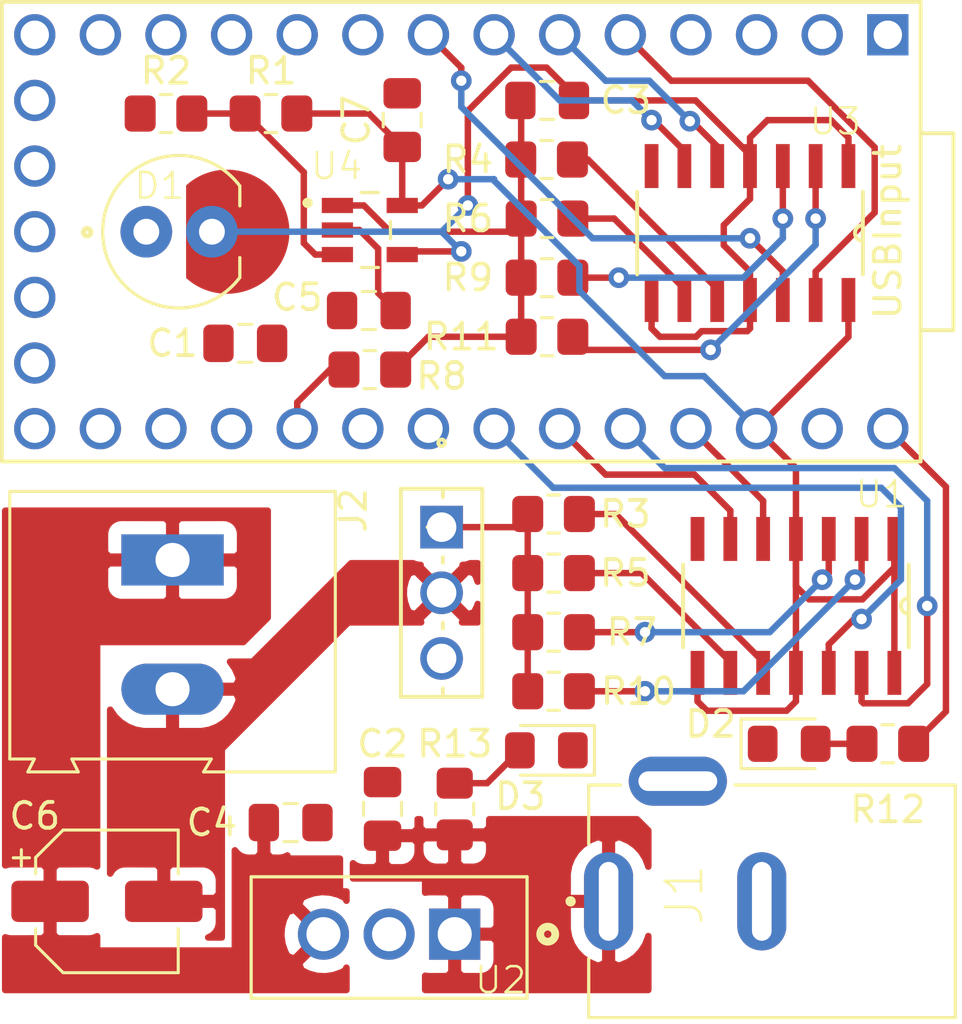
<source format=kicad_pcb>
(kicad_pcb (version 20171130) (host pcbnew "(5.1.8-0-10_14)")

  (general
    (thickness 1.6)
    (drawings 0)
    (tracks 188)
    (zones 0)
    (modules 31)
    (nets 51)
  )

  (page A4)
  (layers
    (0 F.Cu signal)
    (31 B.Cu signal)
    (32 B.Adhes user)
    (33 F.Adhes user)
    (34 B.Paste user)
    (35 F.Paste user)
    (36 B.SilkS user)
    (37 F.SilkS user)
    (38 B.Mask user)
    (39 F.Mask user)
    (40 Dwgs.User user hide)
    (41 Cmts.User user)
    (42 Eco1.User user)
    (43 Eco2.User user)
    (44 Edge.Cuts user)
    (45 Margin user)
    (46 B.CrtYd user)
    (47 F.CrtYd user)
    (48 B.Fab user)
    (49 F.Fab user hide)
  )

  (setup
    (last_trace_width 0.25)
    (trace_clearance 0.2)
    (zone_clearance 0.508)
    (zone_45_only no)
    (trace_min 0.2)
    (via_size 0.8)
    (via_drill 0.4)
    (via_min_size 0.4)
    (via_min_drill 0.3)
    (uvia_size 0.3)
    (uvia_drill 0.1)
    (uvias_allowed no)
    (uvia_min_size 0.2)
    (uvia_min_drill 0.1)
    (edge_width 0.1)
    (segment_width 0.2)
    (pcb_text_width 0.3)
    (pcb_text_size 1.5 1.5)
    (mod_edge_width 0.15)
    (mod_text_size 1 1)
    (mod_text_width 0.15)
    (pad_size 1.524 1.524)
    (pad_drill 0.762)
    (pad_to_mask_clearance 0)
    (aux_axis_origin 0 0)
    (visible_elements FFFFFF7F)
    (pcbplotparams
      (layerselection 0x010fc_ffffffff)
      (usegerberextensions false)
      (usegerberattributes true)
      (usegerberadvancedattributes true)
      (creategerberjobfile true)
      (excludeedgelayer true)
      (linewidth 0.100000)
      (plotframeref false)
      (viasonmask false)
      (mode 1)
      (useauxorigin false)
      (hpglpennumber 1)
      (hpglpenspeed 20)
      (hpglpendiameter 15.000000)
      (psnegative false)
      (psa4output false)
      (plotreference true)
      (plotvalue true)
      (plotinvisibletext false)
      (padsonsilk false)
      (subtractmaskfromsilk false)
      (outputformat 1)
      (mirror false)
      (drillshape 1)
      (scaleselection 1)
      (outputdirectory ""))
  )

  (net 0 "")
  (net 1 "Net-(C1-Pad2)")
  (net 2 GNDA)
  (net 3 +15V)
  (net 4 GND)
  (net 5 /Out)
  (net 6 /-IN)
  (net 7 +12V)
  (net 8 "Net-(C5-Pad2)")
  (net 9 "Net-(C6-Pad2)")
  (net 10 +3V3)
  (net 11 /TrigOut)
  (net 12 "Net-(D2-Pad2)")
  (net 13 "Net-(D3-Pad2)")
  (net 14 "Net-(R3-Pad2)")
  (net 15 "Net-(R4-Pad2)")
  (net 16 "Net-(R5-Pad2)")
  (net 17 "Net-(R6-Pad2)")
  (net 18 "Net-(R7-Pad2)")
  (net 19 FluoroRead)
  (net 20 "Net-(R9-Pad2)")
  (net 21 "Net-(R10-Pad2)")
  (net 22 "Net-(R11-Pad2)")
  (net 23 +5V)
  (net 24 ActinicGain2)
  (net 25 ActinicGain3)
  (net 26 ActinicGain4)
  (net 27 ActinicGain1)
  (net 28 FluoroGain1)
  (net 29 FluoroGain4)
  (net 30 FluoroGain3)
  (net 31 FluoroGain2)
  (net 32 "Net-(U5-Pad18)")
  (net 33 "Net-(U5-Pad19)")
  (net 34 "Net-(U5-Pad20)")
  (net 35 "Net-(U5-Pad16)")
  (net 36 "Net-(U5-Pad15)")
  (net 37 "Net-(U5-Pad14)")
  (net 38 "Net-(U5-Pad21)")
  (net 39 "Net-(U5-Pad22)")
  (net 40 "Net-(U5-Pad23)")
  (net 41 "Net-(U5-Pad25)")
  (net 42 "Net-(U5-Pad26)")
  (net 43 "Net-(U5-Pad13)")
  (net 44 "Net-(U5-Pad12)")
  (net 45 "Net-(U5-Pad11)")
  (net 46 "Net-(U5-Pad10)")
  (net 47 "Net-(U5-Pad9)")
  (net 48 "Net-(U5-Pad4)")
  (net 49 "Net-(U5-Pad3)")
  (net 50 "Net-(U5-Pad2)")

  (net_class Default "This is the default net class."
    (clearance 0.2)
    (trace_width 0.25)
    (via_dia 0.8)
    (via_drill 0.4)
    (uvia_dia 0.3)
    (uvia_drill 0.1)
    (add_net +12V)
    (add_net +15V)
    (add_net +3V3)
    (add_net +5V)
    (add_net /-IN)
    (add_net /Out)
    (add_net /TrigOut)
    (add_net ActinicGain1)
    (add_net ActinicGain2)
    (add_net ActinicGain3)
    (add_net ActinicGain4)
    (add_net FluoroGain1)
    (add_net FluoroGain2)
    (add_net FluoroGain3)
    (add_net FluoroGain4)
    (add_net FluoroRead)
    (add_net GND)
    (add_net GNDA)
    (add_net "Net-(C1-Pad2)")
    (add_net "Net-(C5-Pad2)")
    (add_net "Net-(C6-Pad2)")
    (add_net "Net-(D2-Pad2)")
    (add_net "Net-(D3-Pad2)")
    (add_net "Net-(R10-Pad2)")
    (add_net "Net-(R11-Pad2)")
    (add_net "Net-(R3-Pad2)")
    (add_net "Net-(R4-Pad2)")
    (add_net "Net-(R5-Pad2)")
    (add_net "Net-(R6-Pad2)")
    (add_net "Net-(R7-Pad2)")
    (add_net "Net-(R9-Pad2)")
    (add_net "Net-(U5-Pad10)")
    (add_net "Net-(U5-Pad11)")
    (add_net "Net-(U5-Pad12)")
    (add_net "Net-(U5-Pad13)")
    (add_net "Net-(U5-Pad14)")
    (add_net "Net-(U5-Pad15)")
    (add_net "Net-(U5-Pad16)")
    (add_net "Net-(U5-Pad18)")
    (add_net "Net-(U5-Pad19)")
    (add_net "Net-(U5-Pad2)")
    (add_net "Net-(U5-Pad20)")
    (add_net "Net-(U5-Pad21)")
    (add_net "Net-(U5-Pad22)")
    (add_net "Net-(U5-Pad23)")
    (add_net "Net-(U5-Pad25)")
    (add_net "Net-(U5-Pad26)")
    (add_net "Net-(U5-Pad3)")
    (add_net "Net-(U5-Pad4)")
    (add_net "Net-(U5-Pad9)")
  )

  (module Teensy:Teensy30_31_32_LC (layer F.Cu) (tedit 5FE6FF92) (tstamp 5FE70AEF)
    (at 121.158 73.152 180)
    (path /5FE6F102)
    (fp_text reference U5 (at 14.478 -5.588 180) (layer F.SilkS) hide
      (effects (font (size 1 1) (thickness 0.15)))
    )
    (fp_text value Teensy3.2 (at 0 10.16 180) (layer F.Fab)
      (effects (font (size 1 1) (thickness 0.15)))
    )
    (fp_line (start -17.78 3.81) (end -19.05 3.81) (layer F.SilkS) (width 0.15))
    (fp_line (start -19.05 3.81) (end -19.05 -3.81) (layer F.SilkS) (width 0.15))
    (fp_line (start -19.05 -3.81) (end -17.78 -3.81) (layer F.SilkS) (width 0.15))
    (fp_line (start -17.78 -8.89) (end 17.78 -8.89) (layer F.SilkS) (width 0.15))
    (fp_line (start 17.78 -8.89) (end 17.78 8.89) (layer F.SilkS) (width 0.15))
    (fp_line (start 17.78 8.89) (end -17.78 8.89) (layer F.SilkS) (width 0.15))
    (fp_line (start -17.78 8.89) (end -17.78 -8.89) (layer F.SilkS) (width 0.15))
    (fp_text user USBInput (at -16.51 0 90) (layer F.SilkS)
      (effects (font (size 1 1) (thickness 0.15)))
    )
    (pad 17 thru_hole circle (at 16.51 0 180) (size 1.6 1.6) (drill 1.1) (layers *.Cu *.Mask)
      (net 4 GND))
    (pad 18 thru_hole circle (at 16.51 -2.54 180) (size 1.6 1.6) (drill 1.1) (layers *.Cu *.Mask)
      (net 32 "Net-(U5-Pad18)"))
    (pad 19 thru_hole circle (at 16.51 -5.08 180) (size 1.6 1.6) (drill 1.1) (layers *.Cu *.Mask)
      (net 33 "Net-(U5-Pad19)"))
    (pad 20 thru_hole circle (at 16.51 -7.62 180) (size 1.6 1.6) (drill 1.1) (layers *.Cu *.Mask)
      (net 34 "Net-(U5-Pad20)"))
    (pad 16 thru_hole circle (at 16.51 2.54 180) (size 1.6 1.6) (drill 1.1) (layers *.Cu *.Mask)
      (net 35 "Net-(U5-Pad16)"))
    (pad 15 thru_hole circle (at 16.51 5.08 180) (size 1.6 1.6) (drill 1.1) (layers *.Cu *.Mask)
      (net 36 "Net-(U5-Pad15)"))
    (pad 14 thru_hole circle (at 16.51 7.62 180) (size 1.6 1.6) (drill 1.1) (layers *.Cu *.Mask)
      (net 37 "Net-(U5-Pad14)"))
    (pad 21 thru_hole circle (at 13.97 -7.62 180) (size 1.6 1.6) (drill 1.1) (layers *.Cu *.Mask)
      (net 38 "Net-(U5-Pad21)"))
    (pad 22 thru_hole circle (at 11.43 -7.62 180) (size 1.6 1.6) (drill 1.1) (layers *.Cu *.Mask)
      (net 39 "Net-(U5-Pad22)"))
    (pad 23 thru_hole circle (at 8.89 -7.62 180) (size 1.6 1.6) (drill 1.1) (layers *.Cu *.Mask)
      (net 40 "Net-(U5-Pad23)"))
    (pad 24 thru_hole circle (at 6.35 -7.62 180) (size 1.6 1.6) (drill 1.1) (layers *.Cu *.Mask)
      (net 19 FluoroRead))
    (pad 25 thru_hole circle (at 3.81 -7.62 180) (size 1.6 1.6) (drill 1.1) (layers *.Cu *.Mask)
      (net 41 "Net-(U5-Pad25)"))
    (pad 26 thru_hole circle (at 1.27 -7.62 180) (size 1.6 1.6) (drill 1.1) (layers *.Cu *.Mask)
      (net 42 "Net-(U5-Pad26)"))
    (pad 27 thru_hole circle (at -1.27 -7.62 180) (size 1.6 1.6) (drill 1.1) (layers *.Cu *.Mask)
      (net 26 ActinicGain4))
    (pad 28 thru_hole circle (at -3.81 -7.62 180) (size 1.6 1.6) (drill 1.1) (layers *.Cu *.Mask)
      (net 25 ActinicGain3))
    (pad 29 thru_hole circle (at -6.35 -7.62 180) (size 1.6 1.6) (drill 1.1) (layers *.Cu *.Mask)
      (net 27 ActinicGain1))
    (pad 30 thru_hole circle (at -8.89 -7.62 180) (size 1.6 1.6) (drill 1.1) (layers *.Cu *.Mask)
      (net 24 ActinicGain2))
    (pad 31 thru_hole circle (at -11.43 -7.62 180) (size 1.6 1.6) (drill 1.1) (layers *.Cu *.Mask)
      (net 10 +3V3))
    (pad 32 thru_hole circle (at -13.97 -7.62 180) (size 1.6 1.6) (drill 1.1) (layers *.Cu *.Mask)
      (net 2 GNDA))
    (pad 33 thru_hole circle (at -16.51 -7.62 180) (size 1.6 1.6) (drill 1.1) (layers *.Cu *.Mask)
      (net 23 +5V))
    (pad 13 thru_hole circle (at 13.97 7.62 180) (size 1.6 1.6) (drill 1.1) (layers *.Cu *.Mask)
      (net 43 "Net-(U5-Pad13)"))
    (pad 12 thru_hole circle (at 11.43 7.62 180) (size 1.6 1.6) (drill 1.1) (layers *.Cu *.Mask)
      (net 44 "Net-(U5-Pad12)"))
    (pad 11 thru_hole circle (at 8.89 7.62 180) (size 1.6 1.6) (drill 1.1) (layers *.Cu *.Mask)
      (net 45 "Net-(U5-Pad11)"))
    (pad 10 thru_hole circle (at 6.35 7.62 180) (size 1.6 1.6) (drill 1.1) (layers *.Cu *.Mask)
      (net 46 "Net-(U5-Pad10)"))
    (pad 9 thru_hole circle (at 3.81 7.62 180) (size 1.6 1.6) (drill 1.1) (layers *.Cu *.Mask)
      (net 47 "Net-(U5-Pad9)"))
    (pad 8 thru_hole circle (at 1.27 7.62 180) (size 1.6 1.6) (drill 1.1) (layers *.Cu *.Mask)
      (net 29 FluoroGain4))
    (pad 7 thru_hole circle (at -1.27 7.62 180) (size 1.6 1.6) (drill 1.1) (layers *.Cu *.Mask)
      (net 30 FluoroGain3))
    (pad 6 thru_hole circle (at -3.81 7.62 180) (size 1.6 1.6) (drill 1.1) (layers *.Cu *.Mask)
      (net 31 FluoroGain2))
    (pad 5 thru_hole circle (at -6.35 7.62 180) (size 1.6 1.6) (drill 1.1) (layers *.Cu *.Mask)
      (net 28 FluoroGain1))
    (pad 4 thru_hole circle (at -8.89 7.62 180) (size 1.6 1.6) (drill 1.1) (layers *.Cu *.Mask)
      (net 48 "Net-(U5-Pad4)"))
    (pad 3 thru_hole circle (at -11.43 7.62 180) (size 1.6 1.6) (drill 1.1) (layers *.Cu *.Mask)
      (net 49 "Net-(U5-Pad3)"))
    (pad 2 thru_hole circle (at -13.97 7.62 180) (size 1.6 1.6) (drill 1.1) (layers *.Cu *.Mask)
      (net 50 "Net-(U5-Pad2)"))
    (pad 1 thru_hole rect (at -16.51 7.62 180) (size 1.6 1.6) (drill 1.1) (layers *.Cu *.Mask)
      (net 4 GND))
  )

  (module Capacitor_SMD:C_0805_2012Metric_Pad1.18x1.45mm_HandSolder (layer F.Cu) (tedit 5F68FEEF) (tstamp 5FE70789)
    (at 112.7975 77.47)
    (descr "Capacitor SMD 0805 (2012 Metric), square (rectangular) end terminal, IPC_7351 nominal with elongated pad for handsoldering. (Body size source: IPC-SM-782 page 76, https://www.pcb-3d.com/wordpress/wp-content/uploads/ipc-sm-782a_amendment_1_and_2.pdf, https://docs.google.com/spreadsheets/d/1BsfQQcO9C6DZCsRaXUlFlo91Tg2WpOkGARC1WS5S8t0/edit?usp=sharing), generated with kicad-footprint-generator")
    (tags "capacitor handsolder")
    (path /5FE71CED)
    (attr smd)
    (fp_text reference C1 (at -2.8155 0) (layer F.SilkS)
      (effects (font (size 1 1) (thickness 0.15)))
    )
    (fp_text value 100nF (at 0 1.68) (layer F.Fab)
      (effects (font (size 1 1) (thickness 0.15)))
    )
    (fp_line (start 1.88 0.98) (end -1.88 0.98) (layer F.CrtYd) (width 0.05))
    (fp_line (start 1.88 -0.98) (end 1.88 0.98) (layer F.CrtYd) (width 0.05))
    (fp_line (start -1.88 -0.98) (end 1.88 -0.98) (layer F.CrtYd) (width 0.05))
    (fp_line (start -1.88 0.98) (end -1.88 -0.98) (layer F.CrtYd) (width 0.05))
    (fp_line (start -0.261252 0.735) (end 0.261252 0.735) (layer F.SilkS) (width 0.12))
    (fp_line (start -0.261252 -0.735) (end 0.261252 -0.735) (layer F.SilkS) (width 0.12))
    (fp_line (start 1 0.625) (end -1 0.625) (layer F.Fab) (width 0.1))
    (fp_line (start 1 -0.625) (end 1 0.625) (layer F.Fab) (width 0.1))
    (fp_line (start -1 -0.625) (end 1 -0.625) (layer F.Fab) (width 0.1))
    (fp_line (start -1 0.625) (end -1 -0.625) (layer F.Fab) (width 0.1))
    (fp_text user %R (at 0 0) (layer F.Fab)
      (effects (font (size 0.5 0.5) (thickness 0.08)))
    )
    (pad 2 smd roundrect (at 1.0375 0) (size 1.175 1.45) (layers F.Cu F.Paste F.Mask) (roundrect_rratio 0.212766)
      (net 1 "Net-(C1-Pad2)"))
    (pad 1 smd roundrect (at -1.0375 0) (size 1.175 1.45) (layers F.Cu F.Paste F.Mask) (roundrect_rratio 0.212766)
      (net 2 GNDA))
    (model ${KISYS3DMOD}/Capacitor_SMD.3dshapes/C_0805_2012Metric.wrl
      (at (xyz 0 0 0))
      (scale (xyz 1 1 1))
      (rotate (xyz 0 0 0))
    )
  )

  (module Capacitor_SMD:C_0805_2012Metric_Pad1.18x1.45mm_HandSolder (layer F.Cu) (tedit 5F68FEEF) (tstamp 5FE7079A)
    (at 118.11 95.4825 270)
    (descr "Capacitor SMD 0805 (2012 Metric), square (rectangular) end terminal, IPC_7351 nominal with elongated pad for handsoldering. (Body size source: IPC-SM-782 page 76, https://www.pcb-3d.com/wordpress/wp-content/uploads/ipc-sm-782a_amendment_1_and_2.pdf, https://docs.google.com/spreadsheets/d/1BsfQQcO9C6DZCsRaXUlFlo91Tg2WpOkGARC1WS5S8t0/edit?usp=sharing), generated with kicad-footprint-generator")
    (tags "capacitor handsolder")
    (path /5FE96EE6)
    (attr smd)
    (fp_text reference C2 (at -2.5185 0) (layer F.SilkS)
      (effects (font (size 1 1) (thickness 0.15)))
    )
    (fp_text value 330nF (at 0 1.68 90) (layer F.Fab)
      (effects (font (size 1 1) (thickness 0.15)))
    )
    (fp_line (start 1.88 0.98) (end -1.88 0.98) (layer F.CrtYd) (width 0.05))
    (fp_line (start 1.88 -0.98) (end 1.88 0.98) (layer F.CrtYd) (width 0.05))
    (fp_line (start -1.88 -0.98) (end 1.88 -0.98) (layer F.CrtYd) (width 0.05))
    (fp_line (start -1.88 0.98) (end -1.88 -0.98) (layer F.CrtYd) (width 0.05))
    (fp_line (start -0.261252 0.735) (end 0.261252 0.735) (layer F.SilkS) (width 0.12))
    (fp_line (start -0.261252 -0.735) (end 0.261252 -0.735) (layer F.SilkS) (width 0.12))
    (fp_line (start 1 0.625) (end -1 0.625) (layer F.Fab) (width 0.1))
    (fp_line (start 1 -0.625) (end 1 0.625) (layer F.Fab) (width 0.1))
    (fp_line (start -1 -0.625) (end 1 -0.625) (layer F.Fab) (width 0.1))
    (fp_line (start -1 0.625) (end -1 -0.625) (layer F.Fab) (width 0.1))
    (fp_text user %R (at 0 0 90) (layer F.Fab)
      (effects (font (size 0.5 0.5) (thickness 0.08)))
    )
    (pad 2 smd roundrect (at 1.0375 0 270) (size 1.175 1.45) (layers F.Cu F.Paste F.Mask) (roundrect_rratio 0.212766)
      (net 3 +15V))
    (pad 1 smd roundrect (at -1.0375 0 270) (size 1.175 1.45) (layers F.Cu F.Paste F.Mask) (roundrect_rratio 0.212766)
      (net 4 GND))
    (model ${KISYS3DMOD}/Capacitor_SMD.3dshapes/C_0805_2012Metric.wrl
      (at (xyz 0 0 0))
      (scale (xyz 1 1 1))
      (rotate (xyz 0 0 0))
    )
  )

  (module Capacitor_SMD:C_0805_2012Metric_Pad1.18x1.45mm_HandSolder (layer F.Cu) (tedit 5F68FEEF) (tstamp 5FE707AB)
    (at 124.4815 68.072)
    (descr "Capacitor SMD 0805 (2012 Metric), square (rectangular) end terminal, IPC_7351 nominal with elongated pad for handsoldering. (Body size source: IPC-SM-782 page 76, https://www.pcb-3d.com/wordpress/wp-content/uploads/ipc-sm-782a_amendment_1_and_2.pdf, https://docs.google.com/spreadsheets/d/1BsfQQcO9C6DZCsRaXUlFlo91Tg2WpOkGARC1WS5S8t0/edit?usp=sharing), generated with kicad-footprint-generator")
    (tags "capacitor handsolder")
    (path /5FE71390)
    (attr smd)
    (fp_text reference C3 (at 3.048 0) (layer F.SilkS)
      (effects (font (size 1 1) (thickness 0.15)))
    )
    (fp_text value 1pF (at 0 1.68) (layer F.Fab)
      (effects (font (size 1 1) (thickness 0.15)))
    )
    (fp_line (start -1 0.625) (end -1 -0.625) (layer F.Fab) (width 0.1))
    (fp_line (start -1 -0.625) (end 1 -0.625) (layer F.Fab) (width 0.1))
    (fp_line (start 1 -0.625) (end 1 0.625) (layer F.Fab) (width 0.1))
    (fp_line (start 1 0.625) (end -1 0.625) (layer F.Fab) (width 0.1))
    (fp_line (start -0.261252 -0.735) (end 0.261252 -0.735) (layer F.SilkS) (width 0.12))
    (fp_line (start -0.261252 0.735) (end 0.261252 0.735) (layer F.SilkS) (width 0.12))
    (fp_line (start -1.88 0.98) (end -1.88 -0.98) (layer F.CrtYd) (width 0.05))
    (fp_line (start -1.88 -0.98) (end 1.88 -0.98) (layer F.CrtYd) (width 0.05))
    (fp_line (start 1.88 -0.98) (end 1.88 0.98) (layer F.CrtYd) (width 0.05))
    (fp_line (start 1.88 0.98) (end -1.88 0.98) (layer F.CrtYd) (width 0.05))
    (fp_text user %R (at 0 0) (layer F.Fab)
      (effects (font (size 0.5 0.5) (thickness 0.08)))
    )
    (pad 1 smd roundrect (at -1.0375 0) (size 1.175 1.45) (layers F.Cu F.Paste F.Mask) (roundrect_rratio 0.212766)
      (net 5 /Out))
    (pad 2 smd roundrect (at 1.0375 0) (size 1.175 1.45) (layers F.Cu F.Paste F.Mask) (roundrect_rratio 0.212766)
      (net 6 /-IN))
    (model ${KISYS3DMOD}/Capacitor_SMD.3dshapes/C_0805_2012Metric.wrl
      (at (xyz 0 0 0))
      (scale (xyz 1 1 1))
      (rotate (xyz 0 0 0))
    )
  )

  (module Capacitor_SMD:C_0805_2012Metric_Pad1.18x1.45mm_HandSolder (layer F.Cu) (tedit 5F68FEEF) (tstamp 5FE707BC)
    (at 114.554 96.012 180)
    (descr "Capacitor SMD 0805 (2012 Metric), square (rectangular) end terminal, IPC_7351 nominal with elongated pad for handsoldering. (Body size source: IPC-SM-782 page 76, https://www.pcb-3d.com/wordpress/wp-content/uploads/ipc-sm-782a_amendment_1_and_2.pdf, https://docs.google.com/spreadsheets/d/1BsfQQcO9C6DZCsRaXUlFlo91Tg2WpOkGARC1WS5S8t0/edit?usp=sharing), generated with kicad-footprint-generator")
    (tags "capacitor handsolder")
    (path /5FE97B8E)
    (attr smd)
    (fp_text reference C4 (at 3.048 0) (layer F.SilkS)
      (effects (font (size 1 1) (thickness 0.15)))
    )
    (fp_text value 100nF (at 0 1.68) (layer F.Fab)
      (effects (font (size 1 1) (thickness 0.15)))
    )
    (fp_line (start -1 0.625) (end -1 -0.625) (layer F.Fab) (width 0.1))
    (fp_line (start -1 -0.625) (end 1 -0.625) (layer F.Fab) (width 0.1))
    (fp_line (start 1 -0.625) (end 1 0.625) (layer F.Fab) (width 0.1))
    (fp_line (start 1 0.625) (end -1 0.625) (layer F.Fab) (width 0.1))
    (fp_line (start -0.261252 -0.735) (end 0.261252 -0.735) (layer F.SilkS) (width 0.12))
    (fp_line (start -0.261252 0.735) (end 0.261252 0.735) (layer F.SilkS) (width 0.12))
    (fp_line (start -1.88 0.98) (end -1.88 -0.98) (layer F.CrtYd) (width 0.05))
    (fp_line (start -1.88 -0.98) (end 1.88 -0.98) (layer F.CrtYd) (width 0.05))
    (fp_line (start 1.88 -0.98) (end 1.88 0.98) (layer F.CrtYd) (width 0.05))
    (fp_line (start 1.88 0.98) (end -1.88 0.98) (layer F.CrtYd) (width 0.05))
    (fp_text user %R (at 0 0) (layer F.Fab)
      (effects (font (size 0.5 0.5) (thickness 0.08)))
    )
    (pad 1 smd roundrect (at -1.0375 0 180) (size 1.175 1.45) (layers F.Cu F.Paste F.Mask) (roundrect_rratio 0.212766)
      (net 4 GND))
    (pad 2 smd roundrect (at 1.0375 0 180) (size 1.175 1.45) (layers F.Cu F.Paste F.Mask) (roundrect_rratio 0.212766)
      (net 7 +12V))
    (model ${KISYS3DMOD}/Capacitor_SMD.3dshapes/C_0805_2012Metric.wrl
      (at (xyz 0 0 0))
      (scale (xyz 1 1 1))
      (rotate (xyz 0 0 0))
    )
  )

  (module Capacitor_SMD:C_0805_2012Metric_Pad1.18x1.45mm_HandSolder (layer F.Cu) (tedit 5F68FEEF) (tstamp 5FE707CD)
    (at 117.5805 76.2)
    (descr "Capacitor SMD 0805 (2012 Metric), square (rectangular) end terminal, IPC_7351 nominal with elongated pad for handsoldering. (Body size source: IPC-SM-782 page 76, https://www.pcb-3d.com/wordpress/wp-content/uploads/ipc-sm-782a_amendment_1_and_2.pdf, https://docs.google.com/spreadsheets/d/1BsfQQcO9C6DZCsRaXUlFlo91Tg2WpOkGARC1WS5S8t0/edit?usp=sharing), generated with kicad-footprint-generator")
    (tags "capacitor handsolder")
    (path /5FE73B19)
    (attr smd)
    (fp_text reference C5 (at -2.7725 -0.508) (layer F.SilkS)
      (effects (font (size 1 1) (thickness 0.15)))
    )
    (fp_text value 100nF (at 0 1.68) (layer F.Fab)
      (effects (font (size 1 1) (thickness 0.15)))
    )
    (fp_line (start 1.88 0.98) (end -1.88 0.98) (layer F.CrtYd) (width 0.05))
    (fp_line (start 1.88 -0.98) (end 1.88 0.98) (layer F.CrtYd) (width 0.05))
    (fp_line (start -1.88 -0.98) (end 1.88 -0.98) (layer F.CrtYd) (width 0.05))
    (fp_line (start -1.88 0.98) (end -1.88 -0.98) (layer F.CrtYd) (width 0.05))
    (fp_line (start -0.261252 0.735) (end 0.261252 0.735) (layer F.SilkS) (width 0.12))
    (fp_line (start -0.261252 -0.735) (end 0.261252 -0.735) (layer F.SilkS) (width 0.12))
    (fp_line (start 1 0.625) (end -1 0.625) (layer F.Fab) (width 0.1))
    (fp_line (start 1 -0.625) (end 1 0.625) (layer F.Fab) (width 0.1))
    (fp_line (start -1 -0.625) (end 1 -0.625) (layer F.Fab) (width 0.1))
    (fp_line (start -1 0.625) (end -1 -0.625) (layer F.Fab) (width 0.1))
    (fp_text user %R (at 0 0) (layer F.Fab)
      (effects (font (size 0.5 0.5) (thickness 0.08)))
    )
    (pad 2 smd roundrect (at 1.0375 0) (size 1.175 1.45) (layers F.Cu F.Paste F.Mask) (roundrect_rratio 0.212766)
      (net 8 "Net-(C5-Pad2)"))
    (pad 1 smd roundrect (at -1.0375 0) (size 1.175 1.45) (layers F.Cu F.Paste F.Mask) (roundrect_rratio 0.212766)
      (net 2 GNDA))
    (model ${KISYS3DMOD}/Capacitor_SMD.3dshapes/C_0805_2012Metric.wrl
      (at (xyz 0 0 0))
      (scale (xyz 1 1 1))
      (rotate (xyz 0 0 0))
    )
  )

  (module Capacitor_SMD:CP_Elec_5x4.5 (layer F.Cu) (tedit 5BCA39CF) (tstamp 5FE707F5)
    (at 107.442 99.06)
    (descr "SMD capacitor, aluminum electrolytic, Nichicon, 5.0x4.5mm")
    (tags "capacitor electrolytic")
    (path /5FE9E435)
    (attr smd)
    (fp_text reference C6 (at -2.794 -3.302) (layer F.SilkS)
      (effects (font (size 1 1) (thickness 0.15)))
    )
    (fp_text value 1uF (at 0 3.7) (layer F.Fab)
      (effects (font (size 1 1) (thickness 0.15)))
    )
    (fp_circle (center 0 0) (end 2.5 0) (layer F.Fab) (width 0.1))
    (fp_line (start 2.65 -2.65) (end 2.65 2.65) (layer F.Fab) (width 0.1))
    (fp_line (start -1.65 -2.65) (end 2.65 -2.65) (layer F.Fab) (width 0.1))
    (fp_line (start -1.65 2.65) (end 2.65 2.65) (layer F.Fab) (width 0.1))
    (fp_line (start -2.65 -1.65) (end -2.65 1.65) (layer F.Fab) (width 0.1))
    (fp_line (start -2.65 -1.65) (end -1.65 -2.65) (layer F.Fab) (width 0.1))
    (fp_line (start -2.65 1.65) (end -1.65 2.65) (layer F.Fab) (width 0.1))
    (fp_line (start -2.033956 -1.2) (end -1.533956 -1.2) (layer F.Fab) (width 0.1))
    (fp_line (start -1.783956 -1.45) (end -1.783956 -0.95) (layer F.Fab) (width 0.1))
    (fp_line (start 2.76 2.76) (end 2.76 1.06) (layer F.SilkS) (width 0.12))
    (fp_line (start 2.76 -2.76) (end 2.76 -1.06) (layer F.SilkS) (width 0.12))
    (fp_line (start -1.695563 -2.76) (end 2.76 -2.76) (layer F.SilkS) (width 0.12))
    (fp_line (start -1.695563 2.76) (end 2.76 2.76) (layer F.SilkS) (width 0.12))
    (fp_line (start -2.76 1.695563) (end -2.76 1.06) (layer F.SilkS) (width 0.12))
    (fp_line (start -2.76 -1.695563) (end -2.76 -1.06) (layer F.SilkS) (width 0.12))
    (fp_line (start -2.76 -1.695563) (end -1.695563 -2.76) (layer F.SilkS) (width 0.12))
    (fp_line (start -2.76 1.695563) (end -1.695563 2.76) (layer F.SilkS) (width 0.12))
    (fp_line (start -3.625 -1.685) (end -3 -1.685) (layer F.SilkS) (width 0.12))
    (fp_line (start -3.3125 -1.9975) (end -3.3125 -1.3725) (layer F.SilkS) (width 0.12))
    (fp_line (start 2.9 -2.9) (end 2.9 -1.05) (layer F.CrtYd) (width 0.05))
    (fp_line (start 2.9 -1.05) (end 3.95 -1.05) (layer F.CrtYd) (width 0.05))
    (fp_line (start 3.95 -1.05) (end 3.95 1.05) (layer F.CrtYd) (width 0.05))
    (fp_line (start 3.95 1.05) (end 2.9 1.05) (layer F.CrtYd) (width 0.05))
    (fp_line (start 2.9 1.05) (end 2.9 2.9) (layer F.CrtYd) (width 0.05))
    (fp_line (start -1.75 2.9) (end 2.9 2.9) (layer F.CrtYd) (width 0.05))
    (fp_line (start -1.75 -2.9) (end 2.9 -2.9) (layer F.CrtYd) (width 0.05))
    (fp_line (start -2.9 1.75) (end -1.75 2.9) (layer F.CrtYd) (width 0.05))
    (fp_line (start -2.9 -1.75) (end -1.75 -2.9) (layer F.CrtYd) (width 0.05))
    (fp_line (start -2.9 -1.75) (end -2.9 -1.05) (layer F.CrtYd) (width 0.05))
    (fp_line (start -2.9 1.05) (end -2.9 1.75) (layer F.CrtYd) (width 0.05))
    (fp_line (start -2.9 -1.05) (end -3.95 -1.05) (layer F.CrtYd) (width 0.05))
    (fp_line (start -3.95 -1.05) (end -3.95 1.05) (layer F.CrtYd) (width 0.05))
    (fp_line (start -3.95 1.05) (end -2.9 1.05) (layer F.CrtYd) (width 0.05))
    (fp_text user %R (at 0 0) (layer F.Fab)
      (effects (font (size 1 1) (thickness 0.15)))
    )
    (pad 1 smd roundrect (at -2.2 0) (size 3 1.6) (layers F.Cu F.Paste F.Mask) (roundrect_rratio 0.15625)
      (net 7 +12V))
    (pad 2 smd roundrect (at 2.2 0) (size 3 1.6) (layers F.Cu F.Paste F.Mask) (roundrect_rratio 0.15625)
      (net 9 "Net-(C6-Pad2)"))
    (model ${KISYS3DMOD}/Capacitor_SMD.3dshapes/CP_Elec_5x4.5.wrl
      (at (xyz 0 0 0))
      (scale (xyz 1 1 1))
      (rotate (xyz 0 0 0))
    )
  )

  (module Capacitor_SMD:C_0805_2012Metric_Pad1.18x1.45mm_HandSolder (layer F.Cu) (tedit 5F68FEEF) (tstamp 5FE70806)
    (at 118.872 68.834 270)
    (descr "Capacitor SMD 0805 (2012 Metric), square (rectangular) end terminal, IPC_7351 nominal with elongated pad for handsoldering. (Body size source: IPC-SM-782 page 76, https://www.pcb-3d.com/wordpress/wp-content/uploads/ipc-sm-782a_amendment_1_and_2.pdf, https://docs.google.com/spreadsheets/d/1BsfQQcO9C6DZCsRaXUlFlo91Tg2WpOkGARC1WS5S8t0/edit?usp=sharing), generated with kicad-footprint-generator")
    (tags "capacitor handsolder")
    (path /5FE724E5)
    (attr smd)
    (fp_text reference C7 (at 0 1.778 90) (layer F.SilkS)
      (effects (font (size 1 1) (thickness 0.15)))
    )
    (fp_text value 100nF (at 0 1.68 90) (layer F.Fab)
      (effects (font (size 1 1) (thickness 0.15)))
    )
    (fp_line (start -1 0.625) (end -1 -0.625) (layer F.Fab) (width 0.1))
    (fp_line (start -1 -0.625) (end 1 -0.625) (layer F.Fab) (width 0.1))
    (fp_line (start 1 -0.625) (end 1 0.625) (layer F.Fab) (width 0.1))
    (fp_line (start 1 0.625) (end -1 0.625) (layer F.Fab) (width 0.1))
    (fp_line (start -0.261252 -0.735) (end 0.261252 -0.735) (layer F.SilkS) (width 0.12))
    (fp_line (start -0.261252 0.735) (end 0.261252 0.735) (layer F.SilkS) (width 0.12))
    (fp_line (start -1.88 0.98) (end -1.88 -0.98) (layer F.CrtYd) (width 0.05))
    (fp_line (start -1.88 -0.98) (end 1.88 -0.98) (layer F.CrtYd) (width 0.05))
    (fp_line (start 1.88 -0.98) (end 1.88 0.98) (layer F.CrtYd) (width 0.05))
    (fp_line (start 1.88 0.98) (end -1.88 0.98) (layer F.CrtYd) (width 0.05))
    (fp_text user %R (at 0 0 90) (layer F.Fab)
      (effects (font (size 0.5 0.5) (thickness 0.08)))
    )
    (pad 1 smd roundrect (at -1.0375 0 270) (size 1.175 1.45) (layers F.Cu F.Paste F.Mask) (roundrect_rratio 0.212766)
      (net 2 GNDA))
    (pad 2 smd roundrect (at 1.0375 0 270) (size 1.175 1.45) (layers F.Cu F.Paste F.Mask) (roundrect_rratio 0.212766)
      (net 10 +3V3))
    (model ${KISYS3DMOD}/Capacitor_SMD.3dshapes/C_0805_2012Metric.wrl
      (at (xyz 0 0 0))
      (scale (xyz 1 1 1))
      (rotate (xyz 0 0 0))
    )
  )

  (module Additional-parts:BD681 (layer F.Cu) (tedit 0) (tstamp 5FE70826)
    (at 120.396 84.582 270)
    (path /5FE59BCC)
    (fp_text reference CR1 (at 2.54 0 90) (layer F.SilkS) hide
      (effects (font (size 1 1) (thickness 0.15)))
    )
    (fp_text value BD681 (at 2.54 0 90) (layer F.SilkS) hide
      (effects (font (size 1 1) (thickness 0.15)))
    )
    (fp_line (start -1.3589 0.0762) (end 6.4389 0.0762) (layer F.Fab) (width 0.1524))
    (fp_line (start -1.3589 -0.0508) (end -1.15824 -0.0508) (layer F.SilkS) (width 0.1524))
    (fp_line (start -1.4859 1.5748) (end 6.5659 1.5748) (layer F.SilkS) (width 0.1524))
    (fp_line (start 6.5659 1.5748) (end 6.5659 -1.5748) (layer F.SilkS) (width 0.1524))
    (fp_line (start 6.5659 -1.5748) (end -1.4859 -1.5748) (layer F.SilkS) (width 0.1524))
    (fp_line (start -1.4859 -1.5748) (end -1.4859 1.5748) (layer F.SilkS) (width 0.1524))
    (fp_line (start -1.3589 1.4478) (end 6.4389 1.4478) (layer F.Fab) (width 0.1524))
    (fp_line (start 6.4389 1.4478) (end 6.4389 -1.4478) (layer F.Fab) (width 0.1524))
    (fp_line (start 6.4389 -1.4478) (end -1.3589 -1.4478) (layer F.Fab) (width 0.1524))
    (fp_line (start -1.3589 -1.4478) (end -1.3589 1.4478) (layer F.Fab) (width 0.1524))
    (fp_line (start 1.15824 -0.0508) (end 1.382875 -0.0508) (layer F.SilkS) (width 0.1524))
    (fp_line (start 3.697125 -0.0508) (end 3.922875 -0.0508) (layer F.SilkS) (width 0.1524))
    (fp_line (start 6.237125 -0.0508) (end 6.4389 -0.0508) (layer F.SilkS) (width 0.1524))
    (fp_line (start -1.6129 -1.7018) (end -1.6129 1.7018) (layer F.CrtYd) (width 0.1524))
    (fp_line (start -1.6129 1.7018) (end 6.6929 1.7018) (layer F.CrtYd) (width 0.1524))
    (fp_line (start 6.6929 1.7018) (end 6.6929 -1.7018) (layer F.CrtYd) (width 0.1524))
    (fp_line (start 6.6929 -1.7018) (end -1.6129 -1.7018) (layer F.CrtYd) (width 0.1524))
    (fp_circle (center -1.1049 0) (end -0.9779 0) (layer F.Fab) (width 0.1524))
    (fp_circle (center -3.2639 0) (end -3.1369 0) (layer F.SilkS) (width 0.1524))
    (fp_text user "Copyright 2016 Accelerated Designs. All rights reserved." (at 0 0 90) (layer Cmts.User)
      (effects (font (size 0.127 0.127) (thickness 0.002)))
    )
    (fp_text user * (at 0 0 90) (layer F.SilkS)
      (effects (font (size 1 1) (thickness 0.15)))
    )
    (fp_text user * (at 0 0 90) (layer F.Fab)
      (effects (font (size 1 1) (thickness 0.15)))
    )
    (fp_text user 0.065in/1.651mm (at 0 -3.2258 90) (layer Dwgs.User)
      (effects (font (size 1 1) (thickness 0.15)))
    )
    (fp_text user 0.065in/1.651mm (at 5.08 3.2258 90) (layer Dwgs.User)
      (effects (font (size 1 1) (thickness 0.15)))
    )
    (fp_text user TAB (at 2.54 -0.6858 90) (layer F.Fab)
      (effects (font (size 1 1) (thickness 0.15)))
    )
    (pad 1 thru_hole rect (at 0 0 270) (size 1.651 1.651) (drill 1.143) (layers *.Cu *.Mask)
      (net 11 /TrigOut))
    (pad 2 thru_hole circle (at 2.54 0 270) (size 1.651 1.651) (drill 1.143) (layers *.Cu *.Mask)
      (net 9 "Net-(C6-Pad2)"))
    (pad 3 thru_hole circle (at 5.08 0 270) (size 1.651 1.651) (drill 1.143) (layers *.Cu *.Mask)
      (net 4 GND))
  )

  (module Additional-parts:SFH_213_FA (layer F.Cu) (tedit 5FE51D4B) (tstamp 5FE7083C)
    (at 110.236 73.152)
    (path /5FE5E692)
    (fp_text reference D1 (at -0.762 -1.778) (layer F.SilkS)
      (effects (font (size 1 1) (thickness 0.1)))
    )
    (fp_text value SFH_213_FA (at 6.025 3.965) (layer F.Fab)
      (effects (font (size 1 1) (thickness 0.015)))
    )
    (fp_circle (center -3.56 0.02) (end -3.416822 0.02) (layer F.SilkS) (width 0.2))
    (fp_circle (center -3.56 0.02) (end -3.416822 0.02) (layer F.Fab) (width 0.2))
    (fp_line (start 2.35 -1.77) (end 2.35 1.77) (layer F.Fab) (width 0.127))
    (fp_line (start 2.35 -1.77) (end 2.35 -1) (layer F.SilkS) (width 0.127))
    (fp_line (start 2.35 1) (end 2.35 1.77) (layer F.SilkS) (width 0.127))
    (fp_poly (pts (xy 0.27 -0.06) (xy 0.27 -1.79) (xy 0.325072 -1.838669) (xy 0.369937 -1.876115)
      (xy 0.415724 -1.912427) (xy 0.462405 -1.947583) (xy 0.509951 -1.981559) (xy 0.558332 -2.014336)
      (xy 0.607517 -2.045893) (xy 0.657477 -2.076209) (xy 0.708179 -2.105266) (xy 0.759592 -2.133046)
      (xy 0.811684 -2.159531) (xy 0.864422 -2.184704) (xy 0.917774 -2.208551) (xy 0.971705 -2.231055)
      (xy 1.026182 -2.252204) (xy 1.081171 -2.271983) (xy 1.136638 -2.290381) (xy 1.192548 -2.307385)
      (xy 1.248865 -2.322986) (xy 1.305555 -2.337173) (xy 1.362582 -2.349937) (xy 1.419911 -2.361271)
      (xy 1.477505 -2.371168) (xy 1.535329 -2.37962) (xy 1.593346 -2.386624) (xy 1.65152 -2.392174)
      (xy 1.709815 -2.396268) (xy 1.768193 -2.398902) (xy 1.82662 -2.400075) (xy 1.87 -2.4)
      (xy 1.895 -2.4) (xy 2.027992 -2.394465) (xy 2.152129 -2.382621) (xy 2.275487 -2.364368)
      (xy 2.397735 -2.339756) (xy 2.518545 -2.308849) (xy 2.637594 -2.271732) (xy 2.754563 -2.228503)
      (xy 2.869137 -2.179278) (xy 2.98101 -2.124189) (xy 3.089882 -2.063384) (xy 3.195461 -1.997026)
      (xy 3.297464 -1.925292) (xy 3.395618 -1.848376) (xy 3.48966 -1.766483) (xy 3.579337 -1.679832)
      (xy 3.66441 -1.588656) (xy 3.744649 -1.493199) (xy 3.819841 -1.393718) (xy 3.889783 -1.290478)
      (xy 3.954289 -1.183757) (xy 4.013184 -1.073841) (xy 4.066312 -0.961023) (xy 4.11353 -0.845607)
      (xy 4.154711 -0.727902) (xy 4.189746 -0.608224) (xy 4.218539 -0.486892) (xy 4.241014 -0.364233)
      (xy 4.257111 -0.240576) (xy 4.266787 -0.11625) (xy 4.27 0) (xy 4.266787 0.11625)
      (xy 4.257111 0.240576) (xy 4.241014 0.364233) (xy 4.218539 0.486892) (xy 4.189746 0.608224)
      (xy 4.154711 0.727902) (xy 4.11353 0.845607) (xy 4.066312 0.961023) (xy 4.013184 1.073841)
      (xy 3.954289 1.183757) (xy 3.889783 1.290478) (xy 3.819841 1.393718) (xy 3.744649 1.493199)
      (xy 3.66441 1.588656) (xy 3.579337 1.679832) (xy 3.48966 1.766483) (xy 3.395618 1.848376)
      (xy 3.297464 1.925292) (xy 3.195461 1.997026) (xy 3.089882 2.063384) (xy 2.98101 2.124189)
      (xy 2.869137 2.179278) (xy 2.754563 2.228503) (xy 2.637594 2.271732) (xy 2.518545 2.308849)
      (xy 2.397735 2.339756) (xy 2.275487 2.364368) (xy 2.152129 2.382621) (xy 2.027992 2.394465)
      (xy 1.895 2.4) (xy 1.795 2.4) (xy 1.87 2.4) (xy 1.82662 2.400075)
      (xy 1.768193 2.398902) (xy 1.709815 2.396268) (xy 1.65152 2.392174) (xy 1.593346 2.386624)
      (xy 1.535329 2.37962) (xy 1.477505 2.371168) (xy 1.419911 2.361271) (xy 1.362582 2.349937)
      (xy 1.305555 2.337173) (xy 1.248865 2.322986) (xy 1.192548 2.307385) (xy 1.136638 2.290381)
      (xy 1.081171 2.271983) (xy 1.026182 2.252204) (xy 0.971705 2.231055) (xy 0.917774 2.208551)
      (xy 0.864422 2.184704) (xy 0.811684 2.159531) (xy 0.759592 2.133046) (xy 0.708179 2.105266)
      (xy 0.657477 2.076209) (xy 0.607517 2.045893) (xy 0.558332 2.014336) (xy 0.509951 1.981559)
      (xy 0.462405 1.947583) (xy 0.415724 1.912427) (xy 0.369937 1.876115) (xy 0.325072 1.838669)
      (xy 0.27 1.79) (xy 0.27 -0.06)) (layer F.Cu) (width 0.001))
    (fp_circle (center 1.27 0) (end 1.77 0) (layer F.Mask) (width 1))
    (fp_circle (center -1.27 0) (end -0.77 0) (layer F.Mask) (width 1))
    (fp_line (start -3.2 -3.2) (end 4.5 -3.2) (layer F.CrtYd) (width 0.05))
    (fp_line (start 4.5 -3.2) (end 4.5 3.2) (layer F.CrtYd) (width 0.05))
    (fp_line (start 4.5 3.2) (end -3.2 3.2) (layer F.CrtYd) (width 0.05))
    (fp_line (start -3.2 3.2) (end -3.2 -3.2) (layer F.CrtYd) (width 0.05))
    (fp_circle (center -1.27 0) (end -0.77 0) (layer B.Mask) (width 1))
    (fp_circle (center 1.27 0) (end 1.77 0) (layer B.Mask) (width 1))
    (fp_arc (start -0.009991 0) (end 2.35 1.77) (angle 286.26) (layer F.Fab) (width 0.127))
    (fp_arc (start -0.009991 0) (end 2.35 1.77) (angle 286.26) (layer F.SilkS) (width 0.127))
    (pad 1 thru_hole circle (at -1.27 0) (size 2 2) (drill 1) (layers *.Cu)
      (net 2 GNDA))
    (pad 2 thru_hole circle (at 1.27 0) (size 2 2) (drill 1) (layers *.Cu)
      (net 6 /-IN))
  )

  (module LED_SMD:LED_0805_2012Metric_Pad1.15x1.40mm_HandSolder (layer F.Cu) (tedit 5F68FEF1) (tstamp 5FE7084F)
    (at 133.849 92.964)
    (descr "LED SMD 0805 (2012 Metric), square (rectangular) end terminal, IPC_7351 nominal, (Body size source: https://docs.google.com/spreadsheets/d/1BsfQQcO9C6DZCsRaXUlFlo91Tg2WpOkGARC1WS5S8t0/edit?usp=sharing), generated with kicad-footprint-generator")
    (tags "LED handsolder")
    (path /5FE957E5)
    (attr smd)
    (fp_text reference D2 (at -3.039 -0.762) (layer F.SilkS)
      (effects (font (size 1 1) (thickness 0.15)))
    )
    (fp_text value LED (at 0 1.65) (layer F.Fab)
      (effects (font (size 1 1) (thickness 0.15)))
    )
    (fp_line (start 1.85 0.95) (end -1.85 0.95) (layer F.CrtYd) (width 0.05))
    (fp_line (start 1.85 -0.95) (end 1.85 0.95) (layer F.CrtYd) (width 0.05))
    (fp_line (start -1.85 -0.95) (end 1.85 -0.95) (layer F.CrtYd) (width 0.05))
    (fp_line (start -1.85 0.95) (end -1.85 -0.95) (layer F.CrtYd) (width 0.05))
    (fp_line (start -1.86 0.96) (end 1 0.96) (layer F.SilkS) (width 0.12))
    (fp_line (start -1.86 -0.96) (end -1.86 0.96) (layer F.SilkS) (width 0.12))
    (fp_line (start 1 -0.96) (end -1.86 -0.96) (layer F.SilkS) (width 0.12))
    (fp_line (start 1 0.6) (end 1 -0.6) (layer F.Fab) (width 0.1))
    (fp_line (start -1 0.6) (end 1 0.6) (layer F.Fab) (width 0.1))
    (fp_line (start -1 -0.3) (end -1 0.6) (layer F.Fab) (width 0.1))
    (fp_line (start -0.7 -0.6) (end -1 -0.3) (layer F.Fab) (width 0.1))
    (fp_line (start 1 -0.6) (end -0.7 -0.6) (layer F.Fab) (width 0.1))
    (fp_text user %R (at 0 0) (layer F.Fab)
      (effects (font (size 0.5 0.5) (thickness 0.08)))
    )
    (pad 2 smd roundrect (at 1.025 0) (size 1.15 1.4) (layers F.Cu F.Paste F.Mask) (roundrect_rratio 0.217391)
      (net 12 "Net-(D2-Pad2)"))
    (pad 1 smd roundrect (at -1.025 0) (size 1.15 1.4) (layers F.Cu F.Paste F.Mask) (roundrect_rratio 0.217391)
      (net 4 GND))
    (model ${KISYS3DMOD}/LED_SMD.3dshapes/LED_0805_2012Metric.wrl
      (at (xyz 0 0 0))
      (scale (xyz 1 1 1))
      (rotate (xyz 0 0 0))
    )
  )

  (module LED_SMD:LED_0805_2012Metric_Pad1.15x1.40mm_HandSolder (layer F.Cu) (tedit 5F68FEF1) (tstamp 5FE70862)
    (at 124.451 93.218 180)
    (descr "LED SMD 0805 (2012 Metric), square (rectangular) end terminal, IPC_7351 nominal, (Body size source: https://docs.google.com/spreadsheets/d/1BsfQQcO9C6DZCsRaXUlFlo91Tg2WpOkGARC1WS5S8t0/edit?usp=sharing), generated with kicad-footprint-generator")
    (tags "LED handsolder")
    (path /5FE9643A)
    (attr smd)
    (fp_text reference D3 (at 1.007 -1.778) (layer F.SilkS)
      (effects (font (size 1 1) (thickness 0.15)))
    )
    (fp_text value LED (at 0 1.65) (layer F.Fab)
      (effects (font (size 1 1) (thickness 0.15)))
    )
    (fp_line (start 1 -0.6) (end -0.7 -0.6) (layer F.Fab) (width 0.1))
    (fp_line (start -0.7 -0.6) (end -1 -0.3) (layer F.Fab) (width 0.1))
    (fp_line (start -1 -0.3) (end -1 0.6) (layer F.Fab) (width 0.1))
    (fp_line (start -1 0.6) (end 1 0.6) (layer F.Fab) (width 0.1))
    (fp_line (start 1 0.6) (end 1 -0.6) (layer F.Fab) (width 0.1))
    (fp_line (start 1 -0.96) (end -1.86 -0.96) (layer F.SilkS) (width 0.12))
    (fp_line (start -1.86 -0.96) (end -1.86 0.96) (layer F.SilkS) (width 0.12))
    (fp_line (start -1.86 0.96) (end 1 0.96) (layer F.SilkS) (width 0.12))
    (fp_line (start -1.85 0.95) (end -1.85 -0.95) (layer F.CrtYd) (width 0.05))
    (fp_line (start -1.85 -0.95) (end 1.85 -0.95) (layer F.CrtYd) (width 0.05))
    (fp_line (start 1.85 -0.95) (end 1.85 0.95) (layer F.CrtYd) (width 0.05))
    (fp_line (start 1.85 0.95) (end -1.85 0.95) (layer F.CrtYd) (width 0.05))
    (fp_text user %R (at 0 0) (layer F.Fab)
      (effects (font (size 0.5 0.5) (thickness 0.08)))
    )
    (pad 1 smd roundrect (at -1.025 0 180) (size 1.15 1.4) (layers F.Cu F.Paste F.Mask) (roundrect_rratio 0.217391)
      (net 4 GND))
    (pad 2 smd roundrect (at 1.025 0 180) (size 1.15 1.4) (layers F.Cu F.Paste F.Mask) (roundrect_rratio 0.217391)
      (net 13 "Net-(D3-Pad2)"))
    (model ${KISYS3DMOD}/LED_SMD.3dshapes/LED_0805_2012Metric.wrl
      (at (xyz 0 0 0))
      (scale (xyz 1 1 1))
      (rotate (xyz 0 0 0))
    )
  )

  (module Additional-parts:DCJack_MPD_EJ503A (layer F.Cu) (tedit 5FE6973B) (tstamp 5FE70883)
    (at 129.54 99.06 90)
    (path /5FE7805A)
    (fp_text reference J1 (at 0.254 0.254 90) (layer F.SilkS)
      (effects (font (size 1.4 1.4) (thickness 0.1)))
    )
    (fp_text value EJ503A (at 4.39 12.011 90) (layer F.Fab)
      (effects (font (size 1.4 1.4) (thickness 0.015)))
    )
    (fp_line (start -4.5 -3.45) (end -4.5 -2.96) (layer F.Fab) (width 0.127))
    (fp_line (start -4.5 -2.96) (end -4.5 7.74) (layer F.Fab) (width 0.127))
    (fp_line (start -4.5 7.74) (end -4.5 10.74) (layer F.Fab) (width 0.127))
    (fp_line (start -4.5 10.74) (end 4.5 10.74) (layer F.Fab) (width 0.127))
    (fp_line (start 4.5 10.74) (end 4.5 7.74) (layer F.Fab) (width 0.127))
    (fp_line (start 4.5 7.74) (end 4.5 -2.96) (layer F.Fab) (width 0.127))
    (fp_line (start 4.5 -2.96) (end 4.5 -3.45) (layer F.Fab) (width 0.127))
    (fp_line (start 4.5 -3.45) (end -4.5 -3.45) (layer F.Fab) (width 0.127))
    (fp_line (start -4.5 7.74) (end 4.5 7.74) (layer F.Fab) (width 0.127))
    (fp_line (start -4.5 -2.96) (end 4.5 -2.96) (layer F.Fab) (width 0.127))
    (fp_line (start -2.22 -3.45) (end -4.5 -3.45) (layer F.SilkS) (width 0.127))
    (fp_line (start -4.5 -3.45) (end -4.5 10.74) (layer F.SilkS) (width 0.127))
    (fp_line (start -4.5 10.74) (end 4.5 10.74) (layer F.SilkS) (width 0.127))
    (fp_line (start 4.5 10.74) (end 4.5 2.22) (layer F.SilkS) (width 0.127))
    (fp_line (start 2.22 -3.45) (end 4.5 -3.45) (layer F.SilkS) (width 0.127))
    (fp_line (start 4.5 -3.45) (end 4.5 -2.22) (layer F.SilkS) (width 0.127))
    (fp_line (start -4.75 -3.9) (end -4.75 10.99) (layer F.CrtYd) (width 0.05))
    (fp_line (start -4.75 10.99) (end 4.75 10.99) (layer F.CrtYd) (width 0.05))
    (fp_line (start 4.75 -3.9) (end -4.75 -3.9) (layer F.CrtYd) (width 0.05))
    (fp_line (start 4.75 -3.9) (end 4.75 -2.15) (layer F.CrtYd) (width 0.05))
    (fp_line (start 4.75 -2.15) (end 5.85 -2.15) (layer F.CrtYd) (width 0.05))
    (fp_line (start 5.85 -2.15) (end 5.85 2.15) (layer F.CrtYd) (width 0.05))
    (fp_line (start 5.85 2.15) (end 4.75 2.15) (layer F.CrtYd) (width 0.05))
    (fp_line (start 4.75 2.15) (end 4.75 10.99) (layer F.CrtYd) (width 0.05))
    (fp_circle (center 0 -4.15) (end 0.1 -4.15) (layer F.SilkS) (width 0.2))
    (fp_circle (center 0 -4.15) (end 0.1 -4.15) (layer F.Fab) (width 0.2))
    (pad 3 thru_hole oval (at 4.65 0 90) (size 1.9 3.8) (drill oval 0.76 3.05) (layers *.Cu *.Mask)
      (net 4 GND))
    (pad 2 thru_hole oval (at 0 3.25 90) (size 3.8 1.9) (drill oval 3.05 0.76) (layers *.Cu *.Mask)
      (net 4 GND))
    (pad 1 thru_hole oval (at 0 -2.68 90) (size 3.8 1.9) (drill oval 3.05 0.76) (layers *.Cu *.Mask)
      (net 3 +15V))
  )

  (module TerminalBlock:TerminalBlock_Altech_AK300-2_P5.00mm (layer F.Cu) (tedit 59FF0306) (tstamp 5FE708EA)
    (at 109.982 85.852 270)
    (descr "Altech AK300 terminal block, pitch 5.0mm, 45 degree angled, see http://www.mouser.com/ds/2/16/PCBMETRC-24178.pdf")
    (tags "Altech AK300 terminal block pitch 5.0mm")
    (path /5FE9CEF1)
    (fp_text reference J2 (at -1.92 -6.99 90) (layer F.SilkS)
      (effects (font (size 1 1) (thickness 0.15)))
    )
    (fp_text value Screw_Terminal_01x02 (at 2.78 7.75 90) (layer F.Fab)
      (effects (font (size 1 1) (thickness 0.15)))
    )
    (fp_line (start -2.65 -6.3) (end -2.65 6.3) (layer F.SilkS) (width 0.12))
    (fp_line (start -2.65 6.3) (end 7.7 6.3) (layer F.SilkS) (width 0.12))
    (fp_line (start 7.7 6.3) (end 7.7 5.35) (layer F.SilkS) (width 0.12))
    (fp_line (start 7.7 5.35) (end 8.2 5.6) (layer F.SilkS) (width 0.12))
    (fp_line (start 8.2 5.6) (end 8.2 3.7) (layer F.SilkS) (width 0.12))
    (fp_line (start 8.2 3.7) (end 8.2 3.65) (layer F.SilkS) (width 0.12))
    (fp_line (start 8.2 3.65) (end 7.7 3.9) (layer F.SilkS) (width 0.12))
    (fp_line (start 7.7 3.9) (end 7.7 -1.5) (layer F.SilkS) (width 0.12))
    (fp_line (start 7.7 -1.5) (end 8.2 -1.2) (layer F.SilkS) (width 0.12))
    (fp_line (start 8.2 -1.2) (end 8.2 -6.3) (layer F.SilkS) (width 0.12))
    (fp_line (start 8.2 -6.3) (end -2.65 -6.3) (layer F.SilkS) (width 0.12))
    (fp_line (start -1.26 2.54) (end 1.28 2.54) (layer F.Fab) (width 0.1))
    (fp_line (start 1.28 2.54) (end 1.28 -0.25) (layer F.Fab) (width 0.1))
    (fp_line (start -1.26 -0.25) (end 1.28 -0.25) (layer F.Fab) (width 0.1))
    (fp_line (start -1.26 2.54) (end -1.26 -0.25) (layer F.Fab) (width 0.1))
    (fp_line (start 3.74 2.54) (end 6.28 2.54) (layer F.Fab) (width 0.1))
    (fp_line (start 6.28 2.54) (end 6.28 -0.25) (layer F.Fab) (width 0.1))
    (fp_line (start 3.74 -0.25) (end 6.28 -0.25) (layer F.Fab) (width 0.1))
    (fp_line (start 3.74 2.54) (end 3.74 -0.25) (layer F.Fab) (width 0.1))
    (fp_line (start 7.61 -6.22) (end 7.61 -3.17) (layer F.Fab) (width 0.1))
    (fp_line (start 7.61 -6.22) (end -2.58 -6.22) (layer F.Fab) (width 0.1))
    (fp_line (start 7.61 -6.22) (end 8.11 -6.22) (layer F.Fab) (width 0.1))
    (fp_line (start 8.11 -6.22) (end 8.11 -1.4) (layer F.Fab) (width 0.1))
    (fp_line (start 8.11 -1.4) (end 7.61 -1.65) (layer F.Fab) (width 0.1))
    (fp_line (start 8.11 5.46) (end 7.61 5.21) (layer F.Fab) (width 0.1))
    (fp_line (start 7.61 5.21) (end 7.61 6.22) (layer F.Fab) (width 0.1))
    (fp_line (start 8.11 3.81) (end 7.61 4.06) (layer F.Fab) (width 0.1))
    (fp_line (start 7.61 4.06) (end 7.61 5.21) (layer F.Fab) (width 0.1))
    (fp_line (start 8.11 3.81) (end 8.11 5.46) (layer F.Fab) (width 0.1))
    (fp_line (start 2.98 6.22) (end 2.98 4.32) (layer F.Fab) (width 0.1))
    (fp_line (start 7.05 -0.25) (end 7.05 4.32) (layer F.Fab) (width 0.1))
    (fp_line (start 2.98 6.22) (end 7.05 6.22) (layer F.Fab) (width 0.1))
    (fp_line (start 7.05 6.22) (end 7.61 6.22) (layer F.Fab) (width 0.1))
    (fp_line (start 2.04 6.22) (end 2.04 4.32) (layer F.Fab) (width 0.1))
    (fp_line (start 2.04 6.22) (end 2.98 6.22) (layer F.Fab) (width 0.1))
    (fp_line (start -2.02 -0.25) (end -2.02 4.32) (layer F.Fab) (width 0.1))
    (fp_line (start -2.58 6.22) (end -2.02 6.22) (layer F.Fab) (width 0.1))
    (fp_line (start -2.02 6.22) (end 2.04 6.22) (layer F.Fab) (width 0.1))
    (fp_line (start 2.98 4.32) (end 7.05 4.32) (layer F.Fab) (width 0.1))
    (fp_line (start 2.98 4.32) (end 2.98 -0.25) (layer F.Fab) (width 0.1))
    (fp_line (start 7.05 4.32) (end 7.05 6.22) (layer F.Fab) (width 0.1))
    (fp_line (start 2.04 4.32) (end -2.02 4.32) (layer F.Fab) (width 0.1))
    (fp_line (start 2.04 4.32) (end 2.04 -0.25) (layer F.Fab) (width 0.1))
    (fp_line (start -2.02 4.32) (end -2.02 6.22) (layer F.Fab) (width 0.1))
    (fp_line (start 6.67 3.68) (end 6.67 0.51) (layer F.Fab) (width 0.1))
    (fp_line (start 6.67 3.68) (end 3.36 3.68) (layer F.Fab) (width 0.1))
    (fp_line (start 3.36 3.68) (end 3.36 0.51) (layer F.Fab) (width 0.1))
    (fp_line (start 1.66 3.68) (end 1.66 0.51) (layer F.Fab) (width 0.1))
    (fp_line (start 1.66 3.68) (end -1.64 3.68) (layer F.Fab) (width 0.1))
    (fp_line (start -1.64 3.68) (end -1.64 0.51) (layer F.Fab) (width 0.1))
    (fp_line (start -1.64 0.51) (end -1.26 0.51) (layer F.Fab) (width 0.1))
    (fp_line (start 1.66 0.51) (end 1.28 0.51) (layer F.Fab) (width 0.1))
    (fp_line (start 3.36 0.51) (end 3.74 0.51) (layer F.Fab) (width 0.1))
    (fp_line (start 6.67 0.51) (end 6.28 0.51) (layer F.Fab) (width 0.1))
    (fp_line (start -2.58 6.22) (end -2.58 -0.64) (layer F.Fab) (width 0.1))
    (fp_line (start -2.58 -0.64) (end -2.58 -3.17) (layer F.Fab) (width 0.1))
    (fp_line (start 7.61 -1.65) (end 7.61 -0.64) (layer F.Fab) (width 0.1))
    (fp_line (start 7.61 -0.64) (end 7.61 4.06) (layer F.Fab) (width 0.1))
    (fp_line (start -2.58 -3.17) (end 7.61 -3.17) (layer F.Fab) (width 0.1))
    (fp_line (start -2.58 -3.17) (end -2.58 -6.22) (layer F.Fab) (width 0.1))
    (fp_line (start 7.61 -3.17) (end 7.61 -1.65) (layer F.Fab) (width 0.1))
    (fp_line (start 2.98 -3.43) (end 2.98 -5.97) (layer F.Fab) (width 0.1))
    (fp_line (start 2.98 -5.97) (end 7.05 -5.97) (layer F.Fab) (width 0.1))
    (fp_line (start 7.05 -5.97) (end 7.05 -3.43) (layer F.Fab) (width 0.1))
    (fp_line (start 7.05 -3.43) (end 2.98 -3.43) (layer F.Fab) (width 0.1))
    (fp_line (start 2.04 -3.43) (end 2.04 -5.97) (layer F.Fab) (width 0.1))
    (fp_line (start 2.04 -3.43) (end -2.02 -3.43) (layer F.Fab) (width 0.1))
    (fp_line (start -2.02 -3.43) (end -2.02 -5.97) (layer F.Fab) (width 0.1))
    (fp_line (start 2.04 -5.97) (end -2.02 -5.97) (layer F.Fab) (width 0.1))
    (fp_line (start 3.39 -4.45) (end 6.44 -5.08) (layer F.Fab) (width 0.1))
    (fp_line (start 3.52 -4.32) (end 6.56 -4.95) (layer F.Fab) (width 0.1))
    (fp_line (start -1.62 -4.45) (end 1.44 -5.08) (layer F.Fab) (width 0.1))
    (fp_line (start -1.49 -4.32) (end 1.56 -4.95) (layer F.Fab) (width 0.1))
    (fp_line (start -2.02 -0.25) (end -1.64 -0.25) (layer F.Fab) (width 0.1))
    (fp_line (start 2.04 -0.25) (end 1.66 -0.25) (layer F.Fab) (width 0.1))
    (fp_line (start 1.66 -0.25) (end -1.64 -0.25) (layer F.Fab) (width 0.1))
    (fp_line (start -2.58 -0.64) (end -1.64 -0.64) (layer F.Fab) (width 0.1))
    (fp_line (start -1.64 -0.64) (end 1.66 -0.64) (layer F.Fab) (width 0.1))
    (fp_line (start 1.66 -0.64) (end 3.36 -0.64) (layer F.Fab) (width 0.1))
    (fp_line (start 7.61 -0.64) (end 6.67 -0.64) (layer F.Fab) (width 0.1))
    (fp_line (start 6.67 -0.64) (end 3.36 -0.64) (layer F.Fab) (width 0.1))
    (fp_line (start 7.05 -0.25) (end 6.67 -0.25) (layer F.Fab) (width 0.1))
    (fp_line (start 2.98 -0.25) (end 3.36 -0.25) (layer F.Fab) (width 0.1))
    (fp_line (start 3.36 -0.25) (end 6.67 -0.25) (layer F.Fab) (width 0.1))
    (fp_line (start -2.83 -6.47) (end 8.36 -6.47) (layer F.CrtYd) (width 0.05))
    (fp_line (start -2.83 -6.47) (end -2.83 6.47) (layer F.CrtYd) (width 0.05))
    (fp_line (start 8.36 6.47) (end 8.36 -6.47) (layer F.CrtYd) (width 0.05))
    (fp_line (start 8.36 6.47) (end -2.83 6.47) (layer F.CrtYd) (width 0.05))
    (fp_text user %R (at 2.5 -2 90) (layer F.Fab)
      (effects (font (size 1 1) (thickness 0.15)))
    )
    (fp_arc (start 6.03 -4.59) (end 6.54 -5.05) (angle 90.5) (layer F.Fab) (width 0.1))
    (fp_arc (start 5.07 -6.07) (end 6.53 -4.12) (angle 75.5) (layer F.Fab) (width 0.1))
    (fp_arc (start 4.99 -3.71) (end 3.39 -5) (angle 100) (layer F.Fab) (width 0.1))
    (fp_arc (start 3.87 -4.65) (end 3.58 -4.13) (angle 104.2) (layer F.Fab) (width 0.1))
    (fp_arc (start 1.03 -4.59) (end 1.53 -5.05) (angle 90.5) (layer F.Fab) (width 0.1))
    (fp_arc (start 0.06 -6.07) (end 1.53 -4.12) (angle 75.5) (layer F.Fab) (width 0.1))
    (fp_arc (start -0.01 -3.71) (end -1.62 -5) (angle 100) (layer F.Fab) (width 0.1))
    (fp_arc (start -1.13 -4.65) (end -1.42 -4.13) (angle 104.2) (layer F.Fab) (width 0.1))
    (pad 1 thru_hole rect (at 0 0 270) (size 1.98 3.96) (drill 1.32) (layers *.Cu *.Mask)
      (net 7 +12V))
    (pad 2 thru_hole oval (at 5 0 270) (size 1.98 3.96) (drill 1.32) (layers *.Cu *.Mask)
      (net 9 "Net-(C6-Pad2)"))
    (model ${KISYS3DMOD}/TerminalBlock.3dshapes/TerminalBlock_Altech_AK300-2_P5.00mm.wrl
      (at (xyz 0 0 0))
      (scale (xyz 1 1 1))
      (rotate (xyz 0 0 0))
    )
  )

  (module Resistor_SMD:R_0805_2012Metric_Pad1.20x1.40mm_HandSolder (layer F.Cu) (tedit 5F68FEEE) (tstamp 5FE708FB)
    (at 113.792 68.58)
    (descr "Resistor SMD 0805 (2012 Metric), square (rectangular) end terminal, IPC_7351 nominal with elongated pad for handsoldering. (Body size source: IPC-SM-782 page 72, https://www.pcb-3d.com/wordpress/wp-content/uploads/ipc-sm-782a_amendment_1_and_2.pdf), generated with kicad-footprint-generator")
    (tags "resistor handsolder")
    (path /5FE6E11F)
    (attr smd)
    (fp_text reference R1 (at 0 -1.65) (layer F.SilkS)
      (effects (font (size 1 1) (thickness 0.15)))
    )
    (fp_text value 20K (at 0 1.65) (layer F.Fab)
      (effects (font (size 1 1) (thickness 0.15)))
    )
    (fp_line (start 1.85 0.95) (end -1.85 0.95) (layer F.CrtYd) (width 0.05))
    (fp_line (start 1.85 -0.95) (end 1.85 0.95) (layer F.CrtYd) (width 0.05))
    (fp_line (start -1.85 -0.95) (end 1.85 -0.95) (layer F.CrtYd) (width 0.05))
    (fp_line (start -1.85 0.95) (end -1.85 -0.95) (layer F.CrtYd) (width 0.05))
    (fp_line (start -0.227064 0.735) (end 0.227064 0.735) (layer F.SilkS) (width 0.12))
    (fp_line (start -0.227064 -0.735) (end 0.227064 -0.735) (layer F.SilkS) (width 0.12))
    (fp_line (start 1 0.625) (end -1 0.625) (layer F.Fab) (width 0.1))
    (fp_line (start 1 -0.625) (end 1 0.625) (layer F.Fab) (width 0.1))
    (fp_line (start -1 -0.625) (end 1 -0.625) (layer F.Fab) (width 0.1))
    (fp_line (start -1 0.625) (end -1 -0.625) (layer F.Fab) (width 0.1))
    (fp_text user %R (at 0 0) (layer F.Fab)
      (effects (font (size 0.5 0.5) (thickness 0.08)))
    )
    (pad 2 smd roundrect (at 1 0) (size 1.2 1.4) (layers F.Cu F.Paste F.Mask) (roundrect_rratio 0.208333)
      (net 10 +3V3))
    (pad 1 smd roundrect (at -1 0) (size 1.2 1.4) (layers F.Cu F.Paste F.Mask) (roundrect_rratio 0.208333)
      (net 1 "Net-(C1-Pad2)"))
    (model ${KISYS3DMOD}/Resistor_SMD.3dshapes/R_0805_2012Metric.wrl
      (at (xyz 0 0 0))
      (scale (xyz 1 1 1))
      (rotate (xyz 0 0 0))
    )
  )

  (module Resistor_SMD:R_0805_2012Metric_Pad1.20x1.40mm_HandSolder (layer F.Cu) (tedit 5F68FEEE) (tstamp 5FE7090C)
    (at 109.728 68.58)
    (descr "Resistor SMD 0805 (2012 Metric), square (rectangular) end terminal, IPC_7351 nominal with elongated pad for handsoldering. (Body size source: IPC-SM-782 page 72, https://www.pcb-3d.com/wordpress/wp-content/uploads/ipc-sm-782a_amendment_1_and_2.pdf), generated with kicad-footprint-generator")
    (tags "resistor handsolder")
    (path /5FE6D15D)
    (attr smd)
    (fp_text reference R2 (at 0 -1.65) (layer F.SilkS)
      (effects (font (size 1 1) (thickness 0.15)))
    )
    (fp_text value 5 (at 0 1.65) (layer F.Fab)
      (effects (font (size 1 1) (thickness 0.15)))
    )
    (fp_line (start -1 0.625) (end -1 -0.625) (layer F.Fab) (width 0.1))
    (fp_line (start -1 -0.625) (end 1 -0.625) (layer F.Fab) (width 0.1))
    (fp_line (start 1 -0.625) (end 1 0.625) (layer F.Fab) (width 0.1))
    (fp_line (start 1 0.625) (end -1 0.625) (layer F.Fab) (width 0.1))
    (fp_line (start -0.227064 -0.735) (end 0.227064 -0.735) (layer F.SilkS) (width 0.12))
    (fp_line (start -0.227064 0.735) (end 0.227064 0.735) (layer F.SilkS) (width 0.12))
    (fp_line (start -1.85 0.95) (end -1.85 -0.95) (layer F.CrtYd) (width 0.05))
    (fp_line (start -1.85 -0.95) (end 1.85 -0.95) (layer F.CrtYd) (width 0.05))
    (fp_line (start 1.85 -0.95) (end 1.85 0.95) (layer F.CrtYd) (width 0.05))
    (fp_line (start 1.85 0.95) (end -1.85 0.95) (layer F.CrtYd) (width 0.05))
    (fp_text user %R (at 0 0) (layer F.Fab)
      (effects (font (size 0.5 0.5) (thickness 0.08)))
    )
    (pad 1 smd roundrect (at -1 0) (size 1.2 1.4) (layers F.Cu F.Paste F.Mask) (roundrect_rratio 0.208333)
      (net 2 GNDA))
    (pad 2 smd roundrect (at 1 0) (size 1.2 1.4) (layers F.Cu F.Paste F.Mask) (roundrect_rratio 0.208333)
      (net 1 "Net-(C1-Pad2)"))
    (model ${KISYS3DMOD}/Resistor_SMD.3dshapes/R_0805_2012Metric.wrl
      (at (xyz 0 0 0))
      (scale (xyz 1 1 1))
      (rotate (xyz 0 0 0))
    )
  )

  (module Resistor_SMD:R_0805_2012Metric_Pad1.20x1.40mm_HandSolder (layer F.Cu) (tedit 5F68FEEE) (tstamp 5FE7091D)
    (at 124.73 84.074)
    (descr "Resistor SMD 0805 (2012 Metric), square (rectangular) end terminal, IPC_7351 nominal with elongated pad for handsoldering. (Body size source: IPC-SM-782 page 72, https://www.pcb-3d.com/wordpress/wp-content/uploads/ipc-sm-782a_amendment_1_and_2.pdf), generated with kicad-footprint-generator")
    (tags "resistor handsolder")
    (path /5FE6F1A6)
    (attr smd)
    (fp_text reference R3 (at 2.778 0) (layer F.SilkS)
      (effects (font (size 1 1) (thickness 0.15)))
    )
    (fp_text value 8.2K (at 0 1.65) (layer F.Fab)
      (effects (font (size 1 1) (thickness 0.15)))
    )
    (fp_line (start -1 0.625) (end -1 -0.625) (layer F.Fab) (width 0.1))
    (fp_line (start -1 -0.625) (end 1 -0.625) (layer F.Fab) (width 0.1))
    (fp_line (start 1 -0.625) (end 1 0.625) (layer F.Fab) (width 0.1))
    (fp_line (start 1 0.625) (end -1 0.625) (layer F.Fab) (width 0.1))
    (fp_line (start -0.227064 -0.735) (end 0.227064 -0.735) (layer F.SilkS) (width 0.12))
    (fp_line (start -0.227064 0.735) (end 0.227064 0.735) (layer F.SilkS) (width 0.12))
    (fp_line (start -1.85 0.95) (end -1.85 -0.95) (layer F.CrtYd) (width 0.05))
    (fp_line (start -1.85 -0.95) (end 1.85 -0.95) (layer F.CrtYd) (width 0.05))
    (fp_line (start 1.85 -0.95) (end 1.85 0.95) (layer F.CrtYd) (width 0.05))
    (fp_line (start 1.85 0.95) (end -1.85 0.95) (layer F.CrtYd) (width 0.05))
    (fp_text user %R (at 0 0) (layer F.Fab)
      (effects (font (size 0.5 0.5) (thickness 0.08)))
    )
    (pad 1 smd roundrect (at -1 0) (size 1.2 1.4) (layers F.Cu F.Paste F.Mask) (roundrect_rratio 0.208333)
      (net 11 /TrigOut))
    (pad 2 smd roundrect (at 1 0) (size 1.2 1.4) (layers F.Cu F.Paste F.Mask) (roundrect_rratio 0.208333)
      (net 14 "Net-(R3-Pad2)"))
    (model ${KISYS3DMOD}/Resistor_SMD.3dshapes/R_0805_2012Metric.wrl
      (at (xyz 0 0 0))
      (scale (xyz 1 1 1))
      (rotate (xyz 0 0 0))
    )
  )

  (module Resistor_SMD:R_0805_2012Metric_Pad1.20x1.40mm_HandSolder (layer F.Cu) (tedit 5F68FEEE) (tstamp 5FE7092E)
    (at 124.46 70.358)
    (descr "Resistor SMD 0805 (2012 Metric), square (rectangular) end terminal, IPC_7351 nominal with elongated pad for handsoldering. (Body size source: IPC-SM-782 page 72, https://www.pcb-3d.com/wordpress/wp-content/uploads/ipc-sm-782a_amendment_1_and_2.pdf), generated with kicad-footprint-generator")
    (tags "resistor handsolder")
    (path /5FE6C0A6)
    (attr smd)
    (fp_text reference R4 (at -3.048 0) (layer F.SilkS)
      (effects (font (size 1 1) (thickness 0.15)))
    )
    (fp_text value 3.9M (at 0 1.65) (layer F.Fab)
      (effects (font (size 1 1) (thickness 0.15)))
    )
    (fp_line (start 1.85 0.95) (end -1.85 0.95) (layer F.CrtYd) (width 0.05))
    (fp_line (start 1.85 -0.95) (end 1.85 0.95) (layer F.CrtYd) (width 0.05))
    (fp_line (start -1.85 -0.95) (end 1.85 -0.95) (layer F.CrtYd) (width 0.05))
    (fp_line (start -1.85 0.95) (end -1.85 -0.95) (layer F.CrtYd) (width 0.05))
    (fp_line (start -0.227064 0.735) (end 0.227064 0.735) (layer F.SilkS) (width 0.12))
    (fp_line (start -0.227064 -0.735) (end 0.227064 -0.735) (layer F.SilkS) (width 0.12))
    (fp_line (start 1 0.625) (end -1 0.625) (layer F.Fab) (width 0.1))
    (fp_line (start 1 -0.625) (end 1 0.625) (layer F.Fab) (width 0.1))
    (fp_line (start -1 -0.625) (end 1 -0.625) (layer F.Fab) (width 0.1))
    (fp_line (start -1 0.625) (end -1 -0.625) (layer F.Fab) (width 0.1))
    (fp_text user %R (at 0 0) (layer F.Fab)
      (effects (font (size 0.5 0.5) (thickness 0.08)))
    )
    (pad 2 smd roundrect (at 1 0) (size 1.2 1.4) (layers F.Cu F.Paste F.Mask) (roundrect_rratio 0.208333)
      (net 15 "Net-(R4-Pad2)"))
    (pad 1 smd roundrect (at -1 0) (size 1.2 1.4) (layers F.Cu F.Paste F.Mask) (roundrect_rratio 0.208333)
      (net 5 /Out))
    (model ${KISYS3DMOD}/Resistor_SMD.3dshapes/R_0805_2012Metric.wrl
      (at (xyz 0 0 0))
      (scale (xyz 1 1 1))
      (rotate (xyz 0 0 0))
    )
  )

  (module Resistor_SMD:R_0805_2012Metric_Pad1.20x1.40mm_HandSolder (layer F.Cu) (tedit 5F68FEEE) (tstamp 5FE7093F)
    (at 124.73 86.36)
    (descr "Resistor SMD 0805 (2012 Metric), square (rectangular) end terminal, IPC_7351 nominal with elongated pad for handsoldering. (Body size source: IPC-SM-782 page 72, https://www.pcb-3d.com/wordpress/wp-content/uploads/ipc-sm-782a_amendment_1_and_2.pdf), generated with kicad-footprint-generator")
    (tags "resistor handsolder")
    (path /5FE6F546)
    (attr smd)
    (fp_text reference R5 (at 2.778 0) (layer F.SilkS)
      (effects (font (size 1 1) (thickness 0.15)))
    )
    (fp_text value 6.8K (at 0 1.65) (layer F.Fab)
      (effects (font (size 1 1) (thickness 0.15)))
    )
    (fp_line (start 1.85 0.95) (end -1.85 0.95) (layer F.CrtYd) (width 0.05))
    (fp_line (start 1.85 -0.95) (end 1.85 0.95) (layer F.CrtYd) (width 0.05))
    (fp_line (start -1.85 -0.95) (end 1.85 -0.95) (layer F.CrtYd) (width 0.05))
    (fp_line (start -1.85 0.95) (end -1.85 -0.95) (layer F.CrtYd) (width 0.05))
    (fp_line (start -0.227064 0.735) (end 0.227064 0.735) (layer F.SilkS) (width 0.12))
    (fp_line (start -0.227064 -0.735) (end 0.227064 -0.735) (layer F.SilkS) (width 0.12))
    (fp_line (start 1 0.625) (end -1 0.625) (layer F.Fab) (width 0.1))
    (fp_line (start 1 -0.625) (end 1 0.625) (layer F.Fab) (width 0.1))
    (fp_line (start -1 -0.625) (end 1 -0.625) (layer F.Fab) (width 0.1))
    (fp_line (start -1 0.625) (end -1 -0.625) (layer F.Fab) (width 0.1))
    (fp_text user %R (at 0 0) (layer F.Fab)
      (effects (font (size 0.5 0.5) (thickness 0.08)))
    )
    (pad 2 smd roundrect (at 1 0) (size 1.2 1.4) (layers F.Cu F.Paste F.Mask) (roundrect_rratio 0.208333)
      (net 16 "Net-(R5-Pad2)"))
    (pad 1 smd roundrect (at -1 0) (size 1.2 1.4) (layers F.Cu F.Paste F.Mask) (roundrect_rratio 0.208333)
      (net 11 /TrigOut))
    (model ${KISYS3DMOD}/Resistor_SMD.3dshapes/R_0805_2012Metric.wrl
      (at (xyz 0 0 0))
      (scale (xyz 1 1 1))
      (rotate (xyz 0 0 0))
    )
  )

  (module Resistor_SMD:R_0805_2012Metric_Pad1.20x1.40mm_HandSolder (layer F.Cu) (tedit 5F68FEEE) (tstamp 5FE70950)
    (at 124.476 72.644)
    (descr "Resistor SMD 0805 (2012 Metric), square (rectangular) end terminal, IPC_7351 nominal with elongated pad for handsoldering. (Body size source: IPC-SM-782 page 72, https://www.pcb-3d.com/wordpress/wp-content/uploads/ipc-sm-782a_amendment_1_and_2.pdf), generated with kicad-footprint-generator")
    (tags "resistor handsolder")
    (path /5FE6C764)
    (attr smd)
    (fp_text reference R6 (at -3.064 0) (layer F.SilkS)
      (effects (font (size 1 1) (thickness 0.15)))
    )
    (fp_text value 3.3M (at 0 1.65) (layer F.Fab)
      (effects (font (size 1 1) (thickness 0.15)))
    )
    (fp_line (start -1 0.625) (end -1 -0.625) (layer F.Fab) (width 0.1))
    (fp_line (start -1 -0.625) (end 1 -0.625) (layer F.Fab) (width 0.1))
    (fp_line (start 1 -0.625) (end 1 0.625) (layer F.Fab) (width 0.1))
    (fp_line (start 1 0.625) (end -1 0.625) (layer F.Fab) (width 0.1))
    (fp_line (start -0.227064 -0.735) (end 0.227064 -0.735) (layer F.SilkS) (width 0.12))
    (fp_line (start -0.227064 0.735) (end 0.227064 0.735) (layer F.SilkS) (width 0.12))
    (fp_line (start -1.85 0.95) (end -1.85 -0.95) (layer F.CrtYd) (width 0.05))
    (fp_line (start -1.85 -0.95) (end 1.85 -0.95) (layer F.CrtYd) (width 0.05))
    (fp_line (start 1.85 -0.95) (end 1.85 0.95) (layer F.CrtYd) (width 0.05))
    (fp_line (start 1.85 0.95) (end -1.85 0.95) (layer F.CrtYd) (width 0.05))
    (fp_text user %R (at 0 0) (layer F.Fab)
      (effects (font (size 0.5 0.5) (thickness 0.08)))
    )
    (pad 1 smd roundrect (at -1 0) (size 1.2 1.4) (layers F.Cu F.Paste F.Mask) (roundrect_rratio 0.208333)
      (net 5 /Out))
    (pad 2 smd roundrect (at 1 0) (size 1.2 1.4) (layers F.Cu F.Paste F.Mask) (roundrect_rratio 0.208333)
      (net 17 "Net-(R6-Pad2)"))
    (model ${KISYS3DMOD}/Resistor_SMD.3dshapes/R_0805_2012Metric.wrl
      (at (xyz 0 0 0))
      (scale (xyz 1 1 1))
      (rotate (xyz 0 0 0))
    )
  )

  (module Resistor_SMD:R_0805_2012Metric_Pad1.20x1.40mm_HandSolder (layer F.Cu) (tedit 5F68FEEE) (tstamp 5FE70961)
    (at 124.73 88.646)
    (descr "Resistor SMD 0805 (2012 Metric), square (rectangular) end terminal, IPC_7351 nominal with elongated pad for handsoldering. (Body size source: IPC-SM-782 page 72, https://www.pcb-3d.com/wordpress/wp-content/uploads/ipc-sm-782a_amendment_1_and_2.pdf), generated with kicad-footprint-generator")
    (tags "resistor handsolder")
    (path /5FE6F8BC)
    (attr smd)
    (fp_text reference R7 (at 3.032 0) (layer F.SilkS)
      (effects (font (size 1 1) (thickness 0.15)))
    )
    (fp_text value 5.1K (at 0 1.65) (layer F.Fab)
      (effects (font (size 1 1) (thickness 0.15)))
    )
    (fp_line (start 1.85 0.95) (end -1.85 0.95) (layer F.CrtYd) (width 0.05))
    (fp_line (start 1.85 -0.95) (end 1.85 0.95) (layer F.CrtYd) (width 0.05))
    (fp_line (start -1.85 -0.95) (end 1.85 -0.95) (layer F.CrtYd) (width 0.05))
    (fp_line (start -1.85 0.95) (end -1.85 -0.95) (layer F.CrtYd) (width 0.05))
    (fp_line (start -0.227064 0.735) (end 0.227064 0.735) (layer F.SilkS) (width 0.12))
    (fp_line (start -0.227064 -0.735) (end 0.227064 -0.735) (layer F.SilkS) (width 0.12))
    (fp_line (start 1 0.625) (end -1 0.625) (layer F.Fab) (width 0.1))
    (fp_line (start 1 -0.625) (end 1 0.625) (layer F.Fab) (width 0.1))
    (fp_line (start -1 -0.625) (end 1 -0.625) (layer F.Fab) (width 0.1))
    (fp_line (start -1 0.625) (end -1 -0.625) (layer F.Fab) (width 0.1))
    (fp_text user %R (at 0 0) (layer F.Fab)
      (effects (font (size 0.5 0.5) (thickness 0.08)))
    )
    (pad 2 smd roundrect (at 1 0) (size 1.2 1.4) (layers F.Cu F.Paste F.Mask) (roundrect_rratio 0.208333)
      (net 18 "Net-(R7-Pad2)"))
    (pad 1 smd roundrect (at -1 0) (size 1.2 1.4) (layers F.Cu F.Paste F.Mask) (roundrect_rratio 0.208333)
      (net 11 /TrigOut))
    (model ${KISYS3DMOD}/Resistor_SMD.3dshapes/R_0805_2012Metric.wrl
      (at (xyz 0 0 0))
      (scale (xyz 1 1 1))
      (rotate (xyz 0 0 0))
    )
  )

  (module Resistor_SMD:R_0805_2012Metric_Pad1.20x1.40mm_HandSolder (layer F.Cu) (tedit 5F68FEEE) (tstamp 5FE70972)
    (at 117.618 78.486)
    (descr "Resistor SMD 0805 (2012 Metric), square (rectangular) end terminal, IPC_7351 nominal with elongated pad for handsoldering. (Body size source: IPC-SM-782 page 72, https://www.pcb-3d.com/wordpress/wp-content/uploads/ipc-sm-782a_amendment_1_and_2.pdf), generated with kicad-footprint-generator")
    (tags "resistor handsolder")
    (path /5FE6B396)
    (attr smd)
    (fp_text reference R8 (at 2.778 0.254) (layer F.SilkS)
      (effects (font (size 1 1) (thickness 0.15)))
    )
    (fp_text value 47 (at 0 1.65) (layer F.Fab)
      (effects (font (size 1 1) (thickness 0.15)))
    )
    (fp_line (start -1 0.625) (end -1 -0.625) (layer F.Fab) (width 0.1))
    (fp_line (start -1 -0.625) (end 1 -0.625) (layer F.Fab) (width 0.1))
    (fp_line (start 1 -0.625) (end 1 0.625) (layer F.Fab) (width 0.1))
    (fp_line (start 1 0.625) (end -1 0.625) (layer F.Fab) (width 0.1))
    (fp_line (start -0.227064 -0.735) (end 0.227064 -0.735) (layer F.SilkS) (width 0.12))
    (fp_line (start -0.227064 0.735) (end 0.227064 0.735) (layer F.SilkS) (width 0.12))
    (fp_line (start -1.85 0.95) (end -1.85 -0.95) (layer F.CrtYd) (width 0.05))
    (fp_line (start -1.85 -0.95) (end 1.85 -0.95) (layer F.CrtYd) (width 0.05))
    (fp_line (start 1.85 -0.95) (end 1.85 0.95) (layer F.CrtYd) (width 0.05))
    (fp_line (start 1.85 0.95) (end -1.85 0.95) (layer F.CrtYd) (width 0.05))
    (fp_text user %R (at 0 0) (layer F.Fab)
      (effects (font (size 0.5 0.5) (thickness 0.08)))
    )
    (pad 1 smd roundrect (at -1 0) (size 1.2 1.4) (layers F.Cu F.Paste F.Mask) (roundrect_rratio 0.208333)
      (net 19 FluoroRead))
    (pad 2 smd roundrect (at 1 0) (size 1.2 1.4) (layers F.Cu F.Paste F.Mask) (roundrect_rratio 0.208333)
      (net 5 /Out))
    (model ${KISYS3DMOD}/Resistor_SMD.3dshapes/R_0805_2012Metric.wrl
      (at (xyz 0 0 0))
      (scale (xyz 1 1 1))
      (rotate (xyz 0 0 0))
    )
  )

  (module Resistor_SMD:R_0805_2012Metric_Pad1.20x1.40mm_HandSolder (layer F.Cu) (tedit 5F68FEEE) (tstamp 5FE70983)
    (at 124.476 74.93)
    (descr "Resistor SMD 0805 (2012 Metric), square (rectangular) end terminal, IPC_7351 nominal with elongated pad for handsoldering. (Body size source: IPC-SM-782 page 72, https://www.pcb-3d.com/wordpress/wp-content/uploads/ipc-sm-782a_amendment_1_and_2.pdf), generated with kicad-footprint-generator")
    (tags "resistor handsolder")
    (path /5FE6C8E2)
    (attr smd)
    (fp_text reference R9 (at -3.064 0) (layer F.SilkS)
      (effects (font (size 1 1) (thickness 0.15)))
    )
    (fp_text value 2.3M (at 0 1.65) (layer F.Fab)
      (effects (font (size 1 1) (thickness 0.15)))
    )
    (fp_line (start 1.85 0.95) (end -1.85 0.95) (layer F.CrtYd) (width 0.05))
    (fp_line (start 1.85 -0.95) (end 1.85 0.95) (layer F.CrtYd) (width 0.05))
    (fp_line (start -1.85 -0.95) (end 1.85 -0.95) (layer F.CrtYd) (width 0.05))
    (fp_line (start -1.85 0.95) (end -1.85 -0.95) (layer F.CrtYd) (width 0.05))
    (fp_line (start -0.227064 0.735) (end 0.227064 0.735) (layer F.SilkS) (width 0.12))
    (fp_line (start -0.227064 -0.735) (end 0.227064 -0.735) (layer F.SilkS) (width 0.12))
    (fp_line (start 1 0.625) (end -1 0.625) (layer F.Fab) (width 0.1))
    (fp_line (start 1 -0.625) (end 1 0.625) (layer F.Fab) (width 0.1))
    (fp_line (start -1 -0.625) (end 1 -0.625) (layer F.Fab) (width 0.1))
    (fp_line (start -1 0.625) (end -1 -0.625) (layer F.Fab) (width 0.1))
    (fp_text user %R (at 0 0) (layer F.Fab)
      (effects (font (size 0.5 0.5) (thickness 0.08)))
    )
    (pad 2 smd roundrect (at 1 0) (size 1.2 1.4) (layers F.Cu F.Paste F.Mask) (roundrect_rratio 0.208333)
      (net 20 "Net-(R9-Pad2)"))
    (pad 1 smd roundrect (at -1 0) (size 1.2 1.4) (layers F.Cu F.Paste F.Mask) (roundrect_rratio 0.208333)
      (net 5 /Out))
    (model ${KISYS3DMOD}/Resistor_SMD.3dshapes/R_0805_2012Metric.wrl
      (at (xyz 0 0 0))
      (scale (xyz 1 1 1))
      (rotate (xyz 0 0 0))
    )
  )

  (module Resistor_SMD:R_0805_2012Metric_Pad1.20x1.40mm_HandSolder (layer F.Cu) (tedit 5F68FEEE) (tstamp 5FE70994)
    (at 124.73 90.932)
    (descr "Resistor SMD 0805 (2012 Metric), square (rectangular) end terminal, IPC_7351 nominal with elongated pad for handsoldering. (Body size source: IPC-SM-782 page 72, https://www.pcb-3d.com/wordpress/wp-content/uploads/ipc-sm-782a_amendment_1_and_2.pdf), generated with kicad-footprint-generator")
    (tags "resistor handsolder")
    (path /5FE6FAB8)
    (attr smd)
    (fp_text reference R10 (at 3.286 0) (layer F.SilkS)
      (effects (font (size 1 1) (thickness 0.15)))
    )
    (fp_text value 4.3K (at 0 1.65) (layer F.Fab)
      (effects (font (size 1 1) (thickness 0.15)))
    )
    (fp_line (start -1 0.625) (end -1 -0.625) (layer F.Fab) (width 0.1))
    (fp_line (start -1 -0.625) (end 1 -0.625) (layer F.Fab) (width 0.1))
    (fp_line (start 1 -0.625) (end 1 0.625) (layer F.Fab) (width 0.1))
    (fp_line (start 1 0.625) (end -1 0.625) (layer F.Fab) (width 0.1))
    (fp_line (start -0.227064 -0.735) (end 0.227064 -0.735) (layer F.SilkS) (width 0.12))
    (fp_line (start -0.227064 0.735) (end 0.227064 0.735) (layer F.SilkS) (width 0.12))
    (fp_line (start -1.85 0.95) (end -1.85 -0.95) (layer F.CrtYd) (width 0.05))
    (fp_line (start -1.85 -0.95) (end 1.85 -0.95) (layer F.CrtYd) (width 0.05))
    (fp_line (start 1.85 -0.95) (end 1.85 0.95) (layer F.CrtYd) (width 0.05))
    (fp_line (start 1.85 0.95) (end -1.85 0.95) (layer F.CrtYd) (width 0.05))
    (fp_text user %R (at 0 0) (layer F.Fab)
      (effects (font (size 0.5 0.5) (thickness 0.08)))
    )
    (pad 1 smd roundrect (at -1 0) (size 1.2 1.4) (layers F.Cu F.Paste F.Mask) (roundrect_rratio 0.208333)
      (net 11 /TrigOut))
    (pad 2 smd roundrect (at 1 0) (size 1.2 1.4) (layers F.Cu F.Paste F.Mask) (roundrect_rratio 0.208333)
      (net 21 "Net-(R10-Pad2)"))
    (model ${KISYS3DMOD}/Resistor_SMD.3dshapes/R_0805_2012Metric.wrl
      (at (xyz 0 0 0))
      (scale (xyz 1 1 1))
      (rotate (xyz 0 0 0))
    )
  )

  (module Resistor_SMD:R_0805_2012Metric_Pad1.20x1.40mm_HandSolder (layer F.Cu) (tedit 5F68FEEE) (tstamp 5FE709A5)
    (at 124.476 77.216)
    (descr "Resistor SMD 0805 (2012 Metric), square (rectangular) end terminal, IPC_7351 nominal with elongated pad for handsoldering. (Body size source: IPC-SM-782 page 72, https://www.pcb-3d.com/wordpress/wp-content/uploads/ipc-sm-782a_amendment_1_and_2.pdf), generated with kicad-footprint-generator")
    (tags "resistor handsolder")
    (path /5FE6CDE7)
    (attr smd)
    (fp_text reference R11 (at -3.318 0) (layer F.SilkS)
      (effects (font (size 1 1) (thickness 0.15)))
    )
    (fp_text value 1M (at 0 1.65) (layer F.Fab)
      (effects (font (size 1 1) (thickness 0.15)))
    )
    (fp_line (start -1 0.625) (end -1 -0.625) (layer F.Fab) (width 0.1))
    (fp_line (start -1 -0.625) (end 1 -0.625) (layer F.Fab) (width 0.1))
    (fp_line (start 1 -0.625) (end 1 0.625) (layer F.Fab) (width 0.1))
    (fp_line (start 1 0.625) (end -1 0.625) (layer F.Fab) (width 0.1))
    (fp_line (start -0.227064 -0.735) (end 0.227064 -0.735) (layer F.SilkS) (width 0.12))
    (fp_line (start -0.227064 0.735) (end 0.227064 0.735) (layer F.SilkS) (width 0.12))
    (fp_line (start -1.85 0.95) (end -1.85 -0.95) (layer F.CrtYd) (width 0.05))
    (fp_line (start -1.85 -0.95) (end 1.85 -0.95) (layer F.CrtYd) (width 0.05))
    (fp_line (start 1.85 -0.95) (end 1.85 0.95) (layer F.CrtYd) (width 0.05))
    (fp_line (start 1.85 0.95) (end -1.85 0.95) (layer F.CrtYd) (width 0.05))
    (fp_text user %R (at 0 0) (layer F.Fab)
      (effects (font (size 0.5 0.5) (thickness 0.08)))
    )
    (pad 1 smd roundrect (at -1 0) (size 1.2 1.4) (layers F.Cu F.Paste F.Mask) (roundrect_rratio 0.208333)
      (net 5 /Out))
    (pad 2 smd roundrect (at 1 0) (size 1.2 1.4) (layers F.Cu F.Paste F.Mask) (roundrect_rratio 0.208333)
      (net 22 "Net-(R11-Pad2)"))
    (model ${KISYS3DMOD}/Resistor_SMD.3dshapes/R_0805_2012Metric.wrl
      (at (xyz 0 0 0))
      (scale (xyz 1 1 1))
      (rotate (xyz 0 0 0))
    )
  )

  (module Resistor_SMD:R_0805_2012Metric_Pad1.20x1.40mm_HandSolder (layer F.Cu) (tedit 5F68FEEE) (tstamp 5FE709B6)
    (at 137.668 92.964 180)
    (descr "Resistor SMD 0805 (2012 Metric), square (rectangular) end terminal, IPC_7351 nominal with elongated pad for handsoldering. (Body size source: IPC-SM-782 page 72, https://www.pcb-3d.com/wordpress/wp-content/uploads/ipc-sm-782a_amendment_1_and_2.pdf), generated with kicad-footprint-generator")
    (tags "resistor handsolder")
    (path /5FE92923)
    (attr smd)
    (fp_text reference R12 (at 0 -2.54) (layer F.SilkS)
      (effects (font (size 1 1) (thickness 0.15)))
    )
    (fp_text value 1K (at 0 1.65) (layer F.Fab)
      (effects (font (size 1 1) (thickness 0.15)))
    )
    (fp_line (start -1 0.625) (end -1 -0.625) (layer F.Fab) (width 0.1))
    (fp_line (start -1 -0.625) (end 1 -0.625) (layer F.Fab) (width 0.1))
    (fp_line (start 1 -0.625) (end 1 0.625) (layer F.Fab) (width 0.1))
    (fp_line (start 1 0.625) (end -1 0.625) (layer F.Fab) (width 0.1))
    (fp_line (start -0.227064 -0.735) (end 0.227064 -0.735) (layer F.SilkS) (width 0.12))
    (fp_line (start -0.227064 0.735) (end 0.227064 0.735) (layer F.SilkS) (width 0.12))
    (fp_line (start -1.85 0.95) (end -1.85 -0.95) (layer F.CrtYd) (width 0.05))
    (fp_line (start -1.85 -0.95) (end 1.85 -0.95) (layer F.CrtYd) (width 0.05))
    (fp_line (start 1.85 -0.95) (end 1.85 0.95) (layer F.CrtYd) (width 0.05))
    (fp_line (start 1.85 0.95) (end -1.85 0.95) (layer F.CrtYd) (width 0.05))
    (fp_text user %R (at 0 0) (layer F.Fab)
      (effects (font (size 0.5 0.5) (thickness 0.08)))
    )
    (pad 1 smd roundrect (at -1 0 180) (size 1.2 1.4) (layers F.Cu F.Paste F.Mask) (roundrect_rratio 0.208333)
      (net 23 +5V))
    (pad 2 smd roundrect (at 1 0 180) (size 1.2 1.4) (layers F.Cu F.Paste F.Mask) (roundrect_rratio 0.208333)
      (net 12 "Net-(D2-Pad2)"))
    (model ${KISYS3DMOD}/Resistor_SMD.3dshapes/R_0805_2012Metric.wrl
      (at (xyz 0 0 0))
      (scale (xyz 1 1 1))
      (rotate (xyz 0 0 0))
    )
  )

  (module Resistor_SMD:R_0805_2012Metric_Pad1.20x1.40mm_HandSolder (layer F.Cu) (tedit 5F68FEEE) (tstamp 5FE709C7)
    (at 120.904 95.488 90)
    (descr "Resistor SMD 0805 (2012 Metric), square (rectangular) end terminal, IPC_7351 nominal with elongated pad for handsoldering. (Body size source: IPC-SM-782 page 72, https://www.pcb-3d.com/wordpress/wp-content/uploads/ipc-sm-782a_amendment_1_and_2.pdf), generated with kicad-footprint-generator")
    (tags "resistor handsolder")
    (path /5FE92BE8)
    (attr smd)
    (fp_text reference R13 (at 2.524 0) (layer F.SilkS)
      (effects (font (size 1 1) (thickness 0.15)))
    )
    (fp_text value 15K (at 0 1.65 90) (layer F.Fab)
      (effects (font (size 1 1) (thickness 0.15)))
    )
    (fp_line (start 1.85 0.95) (end -1.85 0.95) (layer F.CrtYd) (width 0.05))
    (fp_line (start 1.85 -0.95) (end 1.85 0.95) (layer F.CrtYd) (width 0.05))
    (fp_line (start -1.85 -0.95) (end 1.85 -0.95) (layer F.CrtYd) (width 0.05))
    (fp_line (start -1.85 0.95) (end -1.85 -0.95) (layer F.CrtYd) (width 0.05))
    (fp_line (start -0.227064 0.735) (end 0.227064 0.735) (layer F.SilkS) (width 0.12))
    (fp_line (start -0.227064 -0.735) (end 0.227064 -0.735) (layer F.SilkS) (width 0.12))
    (fp_line (start 1 0.625) (end -1 0.625) (layer F.Fab) (width 0.1))
    (fp_line (start 1 -0.625) (end 1 0.625) (layer F.Fab) (width 0.1))
    (fp_line (start -1 -0.625) (end 1 -0.625) (layer F.Fab) (width 0.1))
    (fp_line (start -1 0.625) (end -1 -0.625) (layer F.Fab) (width 0.1))
    (fp_text user %R (at 0 0 90) (layer F.Fab)
      (effects (font (size 0.5 0.5) (thickness 0.08)))
    )
    (pad 2 smd roundrect (at 1 0 90) (size 1.2 1.4) (layers F.Cu F.Paste F.Mask) (roundrect_rratio 0.208333)
      (net 13 "Net-(D3-Pad2)"))
    (pad 1 smd roundrect (at -1 0 90) (size 1.2 1.4) (layers F.Cu F.Paste F.Mask) (roundrect_rratio 0.208333)
      (net 3 +15V))
    (model ${KISYS3DMOD}/Resistor_SMD.3dshapes/R_0805_2012Metric.wrl
      (at (xyz 0 0 0))
      (scale (xyz 1 1 1))
      (rotate (xyz 0 0 0))
    )
  )

  (module Additional-parts:SOIC127P600X175-14N (layer F.Cu) (tedit 5FA482C7) (tstamp 5FE70A1D)
    (at 134.112 87.63 270)
    (path /5FE5A896)
    (fp_text reference U1 (at -4.318 -3.302 180) (layer F.SilkS)
      (effects (font (size 1 1) (thickness 0.1)))
    )
    (fp_text value 74HC4066D,653 (at 16.36529 6.59193 90) (layer F.Fab)
      (effects (font (size 1.643323 1.643323) (thickness 0.015)))
    )
    (fp_line (start -2.0066 -3.556) (end -2.0066 -4.064) (layer F.Fab) (width 0.1))
    (fp_line (start -2.0066 -4.064) (end -3.0988 -4.064) (layer F.Fab) (width 0.1))
    (fp_line (start -3.0988 -4.064) (end -3.0988 -3.556) (layer F.Fab) (width 0.1))
    (fp_line (start -3.0988 -3.556) (end -2.0066 -3.556) (layer F.Fab) (width 0.1))
    (fp_line (start -2.0066 -2.286) (end -2.0066 -2.794) (layer F.Fab) (width 0.1))
    (fp_line (start -2.0066 -2.794) (end -3.0988 -2.794) (layer F.Fab) (width 0.1))
    (fp_line (start -3.0988 -2.794) (end -3.0988 -2.286) (layer F.Fab) (width 0.1))
    (fp_line (start -3.0988 -2.286) (end -2.0066 -2.286) (layer F.Fab) (width 0.1))
    (fp_line (start -2.0066 -1.016) (end -2.0066 -1.524) (layer F.Fab) (width 0.1))
    (fp_line (start -2.0066 -1.524) (end -3.0988 -1.524) (layer F.Fab) (width 0.1))
    (fp_line (start -3.0988 -1.524) (end -3.0988 -1.016) (layer F.Fab) (width 0.1))
    (fp_line (start -3.0988 -1.016) (end -2.0066 -1.016) (layer F.Fab) (width 0.1))
    (fp_line (start -2.0066 0.254) (end -2.0066 -0.254) (layer F.Fab) (width 0.1))
    (fp_line (start -2.0066 -0.254) (end -3.0988 -0.254) (layer F.Fab) (width 0.1))
    (fp_line (start -3.0988 -0.254) (end -3.0988 0.254) (layer F.Fab) (width 0.1))
    (fp_line (start -3.0988 0.254) (end -2.0066 0.254) (layer F.Fab) (width 0.1))
    (fp_line (start -2.0066 1.524) (end -2.0066 1.016) (layer F.Fab) (width 0.1))
    (fp_line (start -2.0066 1.016) (end -3.0988 1.016) (layer F.Fab) (width 0.1))
    (fp_line (start -3.0988 1.016) (end -3.0988 1.524) (layer F.Fab) (width 0.1))
    (fp_line (start -3.0988 1.524) (end -2.0066 1.524) (layer F.Fab) (width 0.1))
    (fp_line (start -2.0066 2.794) (end -2.0066 2.286) (layer F.Fab) (width 0.1))
    (fp_line (start -2.0066 2.286) (end -3.0988 2.286) (layer F.Fab) (width 0.1))
    (fp_line (start -3.0988 2.286) (end -3.0988 2.794) (layer F.Fab) (width 0.1))
    (fp_line (start -3.0988 2.794) (end -2.0066 2.794) (layer F.Fab) (width 0.1))
    (fp_line (start -2.0066 4.064) (end -2.0066 3.556) (layer F.Fab) (width 0.1))
    (fp_line (start -2.0066 3.556) (end -3.0988 3.556) (layer F.Fab) (width 0.1))
    (fp_line (start -3.0988 3.556) (end -3.0988 4.064) (layer F.Fab) (width 0.1))
    (fp_line (start -3.0988 4.064) (end -2.0066 4.064) (layer F.Fab) (width 0.1))
    (fp_line (start 2.0066 3.556) (end 2.0066 4.064) (layer F.Fab) (width 0.1))
    (fp_line (start 2.0066 4.064) (end 3.0988 4.064) (layer F.Fab) (width 0.1))
    (fp_line (start 3.0988 4.064) (end 3.0988 3.556) (layer F.Fab) (width 0.1))
    (fp_line (start 3.0988 3.556) (end 2.0066 3.556) (layer F.Fab) (width 0.1))
    (fp_line (start 2.0066 2.286) (end 2.0066 2.794) (layer F.Fab) (width 0.1))
    (fp_line (start 2.0066 2.794) (end 3.0988 2.794) (layer F.Fab) (width 0.1))
    (fp_line (start 3.0988 2.794) (end 3.0988 2.286) (layer F.Fab) (width 0.1))
    (fp_line (start 3.0988 2.286) (end 2.0066 2.286) (layer F.Fab) (width 0.1))
    (fp_line (start 2.0066 1.016) (end 2.0066 1.524) (layer F.Fab) (width 0.1))
    (fp_line (start 2.0066 1.524) (end 3.0988 1.524) (layer F.Fab) (width 0.1))
    (fp_line (start 3.0988 1.524) (end 3.0988 1.016) (layer F.Fab) (width 0.1))
    (fp_line (start 3.0988 1.016) (end 2.0066 1.016) (layer F.Fab) (width 0.1))
    (fp_line (start 2.0066 -0.254) (end 2.0066 0.254) (layer F.Fab) (width 0.1))
    (fp_line (start 2.0066 0.254) (end 3.0988 0.254) (layer F.Fab) (width 0.1))
    (fp_line (start 3.0988 0.254) (end 3.0988 -0.254) (layer F.Fab) (width 0.1))
    (fp_line (start 3.0988 -0.254) (end 2.0066 -0.254) (layer F.Fab) (width 0.1))
    (fp_line (start 2.0066 -1.524) (end 2.0066 -1.016) (layer F.Fab) (width 0.1))
    (fp_line (start 2.0066 -1.016) (end 3.0988 -1.016) (layer F.Fab) (width 0.1))
    (fp_line (start 3.0988 -1.016) (end 3.0988 -1.524) (layer F.Fab) (width 0.1))
    (fp_line (start 3.0988 -1.524) (end 2.0066 -1.524) (layer F.Fab) (width 0.1))
    (fp_line (start 2.0066 -2.794) (end 2.0066 -2.286) (layer F.Fab) (width 0.1))
    (fp_line (start 2.0066 -2.286) (end 3.0988 -2.286) (layer F.Fab) (width 0.1))
    (fp_line (start 3.0988 -2.286) (end 3.0988 -2.794) (layer F.Fab) (width 0.1))
    (fp_line (start 3.0988 -2.794) (end 2.0066 -2.794) (layer F.Fab) (width 0.1))
    (fp_line (start 2.0066 -4.064) (end 2.0066 -3.556) (layer F.Fab) (width 0.1))
    (fp_line (start 2.0066 -3.556) (end 3.0988 -3.556) (layer F.Fab) (width 0.1))
    (fp_line (start 3.0988 -3.556) (end 3.0988 -4.064) (layer F.Fab) (width 0.1))
    (fp_line (start 3.0988 -4.064) (end 2.0066 -4.064) (layer F.Fab) (width 0.1))
    (fp_line (start -2.0066 4.3688) (end 2.0066 4.3688) (layer F.Fab) (width 0.1))
    (fp_line (start 2.0066 4.3688) (end 2.0066 -4.3688) (layer F.Fab) (width 0.1))
    (fp_line (start 2.0066 -4.3688) (end 0.3048 -4.3688) (layer F.Fab) (width 0.1))
    (fp_line (start 0.3048 -4.3688) (end -0.3048 -4.3688) (layer F.Fab) (width 0.1))
    (fp_line (start -0.3048 -4.3688) (end -2.0066 -4.3688) (layer F.Fab) (width 0.1))
    (fp_line (start -2.0066 -4.3688) (end -2.0066 4.3688) (layer F.Fab) (width 0.1))
    (fp_line (start -1.6002 4.3688) (end 1.6002 4.3688) (layer F.SilkS) (width 0.1524))
    (fp_line (start 1.6002 -4.3688) (end 0.3048 -4.3688) (layer F.SilkS) (width 0.1524))
    (fp_line (start 0.3048 -4.3688) (end -0.3048 -4.3688) (layer F.SilkS) (width 0.1524))
    (fp_line (start -0.3048 -4.3688) (end -1.6002 -4.3688) (layer F.SilkS) (width 0.1524))
    (fp_arc (start 0 -4.3688) (end -0.3048 -4.3688) (angle -180) (layer F.Fab) (width 0.1))
    (fp_arc (start 0 -4.3688) (end -0.3048 -4.3688) (angle -180) (layer F.SilkS) (width 0.1524))
    (pad 1 smd rect (at -2.5908 -3.81 270) (size 1.7018 0.5334) (layers F.Cu F.Paste F.Mask)
      (net 10 +3V3))
    (pad 2 smd rect (at -2.5908 -2.54 270) (size 1.7018 0.5334) (layers F.Cu F.Paste F.Mask)
      (net 21 "Net-(R10-Pad2)"))
    (pad 3 smd rect (at -2.5908 -1.27 270) (size 1.7018 0.5334) (layers F.Cu F.Paste F.Mask)
      (net 18 "Net-(R7-Pad2)"))
    (pad 4 smd rect (at -2.5908 0 270) (size 1.7018 0.5334) (layers F.Cu F.Paste F.Mask)
      (net 10 +3V3))
    (pad 5 smd rect (at -2.5908 1.27 270) (size 1.7018 0.5334) (layers F.Cu F.Paste F.Mask)
      (net 24 ActinicGain2))
    (pad 6 smd rect (at -2.5908 2.54 270) (size 1.7018 0.5334) (layers F.Cu F.Paste F.Mask)
      (net 25 ActinicGain3))
    (pad 7 smd rect (at -2.5908 3.81 270) (size 1.7018 0.5334) (layers F.Cu F.Paste F.Mask)
      (net 4 GND))
    (pad 8 smd rect (at 2.5908 3.81 270) (size 1.7018 0.5334) (layers F.Cu F.Paste F.Mask)
      (net 10 +3V3))
    (pad 9 smd rect (at 2.5908 2.54 270) (size 1.7018 0.5334) (layers F.Cu F.Paste F.Mask)
      (net 16 "Net-(R5-Pad2)"))
    (pad 10 smd rect (at 2.5908 1.27 270) (size 1.7018 0.5334) (layers F.Cu F.Paste F.Mask)
      (net 14 "Net-(R3-Pad2)"))
    (pad 11 smd rect (at 2.5908 0 270) (size 1.7018 0.5334) (layers F.Cu F.Paste F.Mask)
      (net 10 +3V3))
    (pad 12 smd rect (at 2.5908 -1.27 270) (size 1.7018 0.5334) (layers F.Cu F.Paste F.Mask)
      (net 26 ActinicGain4))
    (pad 13 smd rect (at 2.5908 -2.54 270) (size 1.7018 0.5334) (layers F.Cu F.Paste F.Mask)
      (net 27 ActinicGain1))
    (pad 14 smd rect (at 2.5908 -3.81 270) (size 1.7018 0.5334) (layers F.Cu F.Paste F.Mask)
      (net 10 +3V3))
  )

  (module Additional-parts:TO253P1067X470X2040-3 (layer F.Cu) (tedit 5FE52184) (tstamp 5FE70A31)
    (at 120.904 100.33 180)
    (path /5FE63036)
    (fp_text reference U2 (at -1.778 -1.778) (layer F.SilkS)
      (effects (font (size 1 1) (thickness 0.1)))
    )
    (fp_text value KA7812ETU (at 10.33549 3.36516) (layer F.Fab)
      (effects (font (size 1.000047 1.000047) (thickness 0.015)))
    )
    (fp_line (start -2.8 -2.48) (end 7.88 -2.48) (layer F.Fab) (width 0.127))
    (fp_line (start 7.88 -2.48) (end 7.88 2.22) (layer F.Fab) (width 0.127))
    (fp_line (start 7.88 2.22) (end -2.8 2.22) (layer F.Fab) (width 0.127))
    (fp_line (start -2.8 2.22) (end -2.8 -2.48) (layer F.Fab) (width 0.127))
    (fp_line (start -2.8 -2.48) (end 7.88 -2.48) (layer F.SilkS) (width 0.127))
    (fp_line (start 7.88 -2.48) (end 7.88 2.22) (layer F.SilkS) (width 0.127))
    (fp_line (start -2.8 2.22) (end -2.8 -2.48) (layer F.SilkS) (width 0.127))
    (fp_line (start 7.88 2.22) (end -2.8 2.22) (layer F.SilkS) (width 0.127))
    (fp_line (start -3.05 -2.725) (end 8.13 -2.725) (layer F.CrtYd) (width 0.05))
    (fp_line (start 8.13 -2.725) (end 8.13 2.475) (layer F.CrtYd) (width 0.05))
    (fp_line (start 8.13 2.475) (end -3.05 2.475) (layer F.CrtYd) (width 0.05))
    (fp_line (start -3.05 2.475) (end -3.05 -2.725) (layer F.CrtYd) (width 0.05))
    (fp_circle (center -3.6 0) (end -3.458581 0) (layer F.SilkS) (width 0.3))
    (pad 1 thru_hole rect (at 0 0 180) (size 1.98 1.98) (drill 1.32) (layers *.Cu *.Mask)
      (net 3 +15V))
    (pad 2 thru_hole circle (at 2.54 0 180) (size 1.98 1.98) (drill 1.32) (layers *.Cu *.Mask)
      (net 4 GND))
    (pad 3 thru_hole circle (at 5.08 0 180) (size 1.98 1.98) (drill 1.32) (layers *.Cu *.Mask)
      (net 7 +12V))
  )

  (module Additional-parts:SOIC127P600X175-14N (layer F.Cu) (tedit 5FA482C7) (tstamp 5FE70A87)
    (at 132.334 73.2028 270)
    (path /5FE5B0D4)
    (fp_text reference U3 (at -4.318 -3.302 180) (layer F.SilkS)
      (effects (font (size 1 1) (thickness 0.1)))
    )
    (fp_text value 74HC4066D,653 (at 16.36529 6.59193 90) (layer F.Fab)
      (effects (font (size 1.643323 1.643323) (thickness 0.015)))
    )
    (fp_line (start -0.3048 -4.3688) (end -1.6002 -4.3688) (layer F.SilkS) (width 0.1524))
    (fp_line (start 0.3048 -4.3688) (end -0.3048 -4.3688) (layer F.SilkS) (width 0.1524))
    (fp_line (start 1.6002 -4.3688) (end 0.3048 -4.3688) (layer F.SilkS) (width 0.1524))
    (fp_line (start -1.6002 4.3688) (end 1.6002 4.3688) (layer F.SilkS) (width 0.1524))
    (fp_line (start -2.0066 -4.3688) (end -2.0066 4.3688) (layer F.Fab) (width 0.1))
    (fp_line (start -0.3048 -4.3688) (end -2.0066 -4.3688) (layer F.Fab) (width 0.1))
    (fp_line (start 0.3048 -4.3688) (end -0.3048 -4.3688) (layer F.Fab) (width 0.1))
    (fp_line (start 2.0066 -4.3688) (end 0.3048 -4.3688) (layer F.Fab) (width 0.1))
    (fp_line (start 2.0066 4.3688) (end 2.0066 -4.3688) (layer F.Fab) (width 0.1))
    (fp_line (start -2.0066 4.3688) (end 2.0066 4.3688) (layer F.Fab) (width 0.1))
    (fp_line (start 3.0988 -4.064) (end 2.0066 -4.064) (layer F.Fab) (width 0.1))
    (fp_line (start 3.0988 -3.556) (end 3.0988 -4.064) (layer F.Fab) (width 0.1))
    (fp_line (start 2.0066 -3.556) (end 3.0988 -3.556) (layer F.Fab) (width 0.1))
    (fp_line (start 2.0066 -4.064) (end 2.0066 -3.556) (layer F.Fab) (width 0.1))
    (fp_line (start 3.0988 -2.794) (end 2.0066 -2.794) (layer F.Fab) (width 0.1))
    (fp_line (start 3.0988 -2.286) (end 3.0988 -2.794) (layer F.Fab) (width 0.1))
    (fp_line (start 2.0066 -2.286) (end 3.0988 -2.286) (layer F.Fab) (width 0.1))
    (fp_line (start 2.0066 -2.794) (end 2.0066 -2.286) (layer F.Fab) (width 0.1))
    (fp_line (start 3.0988 -1.524) (end 2.0066 -1.524) (layer F.Fab) (width 0.1))
    (fp_line (start 3.0988 -1.016) (end 3.0988 -1.524) (layer F.Fab) (width 0.1))
    (fp_line (start 2.0066 -1.016) (end 3.0988 -1.016) (layer F.Fab) (width 0.1))
    (fp_line (start 2.0066 -1.524) (end 2.0066 -1.016) (layer F.Fab) (width 0.1))
    (fp_line (start 3.0988 -0.254) (end 2.0066 -0.254) (layer F.Fab) (width 0.1))
    (fp_line (start 3.0988 0.254) (end 3.0988 -0.254) (layer F.Fab) (width 0.1))
    (fp_line (start 2.0066 0.254) (end 3.0988 0.254) (layer F.Fab) (width 0.1))
    (fp_line (start 2.0066 -0.254) (end 2.0066 0.254) (layer F.Fab) (width 0.1))
    (fp_line (start 3.0988 1.016) (end 2.0066 1.016) (layer F.Fab) (width 0.1))
    (fp_line (start 3.0988 1.524) (end 3.0988 1.016) (layer F.Fab) (width 0.1))
    (fp_line (start 2.0066 1.524) (end 3.0988 1.524) (layer F.Fab) (width 0.1))
    (fp_line (start 2.0066 1.016) (end 2.0066 1.524) (layer F.Fab) (width 0.1))
    (fp_line (start 3.0988 2.286) (end 2.0066 2.286) (layer F.Fab) (width 0.1))
    (fp_line (start 3.0988 2.794) (end 3.0988 2.286) (layer F.Fab) (width 0.1))
    (fp_line (start 2.0066 2.794) (end 3.0988 2.794) (layer F.Fab) (width 0.1))
    (fp_line (start 2.0066 2.286) (end 2.0066 2.794) (layer F.Fab) (width 0.1))
    (fp_line (start 3.0988 3.556) (end 2.0066 3.556) (layer F.Fab) (width 0.1))
    (fp_line (start 3.0988 4.064) (end 3.0988 3.556) (layer F.Fab) (width 0.1))
    (fp_line (start 2.0066 4.064) (end 3.0988 4.064) (layer F.Fab) (width 0.1))
    (fp_line (start 2.0066 3.556) (end 2.0066 4.064) (layer F.Fab) (width 0.1))
    (fp_line (start -3.0988 4.064) (end -2.0066 4.064) (layer F.Fab) (width 0.1))
    (fp_line (start -3.0988 3.556) (end -3.0988 4.064) (layer F.Fab) (width 0.1))
    (fp_line (start -2.0066 3.556) (end -3.0988 3.556) (layer F.Fab) (width 0.1))
    (fp_line (start -2.0066 4.064) (end -2.0066 3.556) (layer F.Fab) (width 0.1))
    (fp_line (start -3.0988 2.794) (end -2.0066 2.794) (layer F.Fab) (width 0.1))
    (fp_line (start -3.0988 2.286) (end -3.0988 2.794) (layer F.Fab) (width 0.1))
    (fp_line (start -2.0066 2.286) (end -3.0988 2.286) (layer F.Fab) (width 0.1))
    (fp_line (start -2.0066 2.794) (end -2.0066 2.286) (layer F.Fab) (width 0.1))
    (fp_line (start -3.0988 1.524) (end -2.0066 1.524) (layer F.Fab) (width 0.1))
    (fp_line (start -3.0988 1.016) (end -3.0988 1.524) (layer F.Fab) (width 0.1))
    (fp_line (start -2.0066 1.016) (end -3.0988 1.016) (layer F.Fab) (width 0.1))
    (fp_line (start -2.0066 1.524) (end -2.0066 1.016) (layer F.Fab) (width 0.1))
    (fp_line (start -3.0988 0.254) (end -2.0066 0.254) (layer F.Fab) (width 0.1))
    (fp_line (start -3.0988 -0.254) (end -3.0988 0.254) (layer F.Fab) (width 0.1))
    (fp_line (start -2.0066 -0.254) (end -3.0988 -0.254) (layer F.Fab) (width 0.1))
    (fp_line (start -2.0066 0.254) (end -2.0066 -0.254) (layer F.Fab) (width 0.1))
    (fp_line (start -3.0988 -1.016) (end -2.0066 -1.016) (layer F.Fab) (width 0.1))
    (fp_line (start -3.0988 -1.524) (end -3.0988 -1.016) (layer F.Fab) (width 0.1))
    (fp_line (start -2.0066 -1.524) (end -3.0988 -1.524) (layer F.Fab) (width 0.1))
    (fp_line (start -2.0066 -1.016) (end -2.0066 -1.524) (layer F.Fab) (width 0.1))
    (fp_line (start -3.0988 -2.286) (end -2.0066 -2.286) (layer F.Fab) (width 0.1))
    (fp_line (start -3.0988 -2.794) (end -3.0988 -2.286) (layer F.Fab) (width 0.1))
    (fp_line (start -2.0066 -2.794) (end -3.0988 -2.794) (layer F.Fab) (width 0.1))
    (fp_line (start -2.0066 -2.286) (end -2.0066 -2.794) (layer F.Fab) (width 0.1))
    (fp_line (start -3.0988 -3.556) (end -2.0066 -3.556) (layer F.Fab) (width 0.1))
    (fp_line (start -3.0988 -4.064) (end -3.0988 -3.556) (layer F.Fab) (width 0.1))
    (fp_line (start -2.0066 -4.064) (end -3.0988 -4.064) (layer F.Fab) (width 0.1))
    (fp_line (start -2.0066 -3.556) (end -2.0066 -4.064) (layer F.Fab) (width 0.1))
    (fp_arc (start 0 -4.3688) (end -0.3048 -4.3688) (angle -180) (layer F.SilkS) (width 0.1524))
    (fp_arc (start 0 -4.3688) (end -0.3048 -4.3688) (angle -180) (layer F.Fab) (width 0.1))
    (pad 14 smd rect (at 2.5908 -3.81 270) (size 1.7018 0.5334) (layers F.Cu F.Paste F.Mask)
      (net 10 +3V3))
    (pad 13 smd rect (at 2.5908 -2.54 270) (size 1.7018 0.5334) (layers F.Cu F.Paste F.Mask)
      (net 28 FluoroGain1))
    (pad 12 smd rect (at 2.5908 -1.27 270) (size 1.7018 0.5334) (layers F.Cu F.Paste F.Mask)
      (net 29 FluoroGain4))
    (pad 11 smd rect (at 2.5908 0 270) (size 1.7018 0.5334) (layers F.Cu F.Paste F.Mask)
      (net 6 /-IN))
    (pad 10 smd rect (at 2.5908 1.27 270) (size 1.7018 0.5334) (layers F.Cu F.Paste F.Mask)
      (net 15 "Net-(R4-Pad2)"))
    (pad 9 smd rect (at 2.5908 2.54 270) (size 1.7018 0.5334) (layers F.Cu F.Paste F.Mask)
      (net 17 "Net-(R6-Pad2)"))
    (pad 8 smd rect (at 2.5908 3.81 270) (size 1.7018 0.5334) (layers F.Cu F.Paste F.Mask)
      (net 6 /-IN))
    (pad 7 smd rect (at -2.5908 3.81 270) (size 1.7018 0.5334) (layers F.Cu F.Paste F.Mask)
      (net 2 GNDA))
    (pad 6 smd rect (at -2.5908 2.54 270) (size 1.7018 0.5334) (layers F.Cu F.Paste F.Mask)
      (net 30 FluoroGain3))
    (pad 5 smd rect (at -2.5908 1.27 270) (size 1.7018 0.5334) (layers F.Cu F.Paste F.Mask)
      (net 31 FluoroGain2))
    (pad 4 smd rect (at -2.5908 0 270) (size 1.7018 0.5334) (layers F.Cu F.Paste F.Mask)
      (net 6 /-IN))
    (pad 3 smd rect (at -2.5908 -1.27 270) (size 1.7018 0.5334) (layers F.Cu F.Paste F.Mask)
      (net 20 "Net-(R9-Pad2)"))
    (pad 2 smd rect (at -2.5908 -2.54 270) (size 1.7018 0.5334) (layers F.Cu F.Paste F.Mask)
      (net 22 "Net-(R11-Pad2)"))
    (pad 1 smd rect (at -2.5908 -3.81 270) (size 1.7018 0.5334) (layers F.Cu F.Paste F.Mask)
      (net 6 /-IN))
  )

  (module Additional-parts:SOT95P280X145-5N (layer F.Cu) (tedit 5FA48363) (tstamp 5FE70A9D)
    (at 117.617 73.086)
    (path /5FE5CAFE)
    (fp_text reference U4 (at -1.285 -2.474) (layer F.SilkS)
      (effects (font (size 1 1) (thickness 0.1)))
    )
    (fp_text value OPA320AIDBVT (at 5.528 2.508) (layer F.Fab)
      (effects (font (size 0.8 0.8) (thickness 0.015)))
    )
    (fp_circle (center -2.41 -1.05) (end -2.31 -1.05) (layer F.SilkS) (width 0.2))
    (fp_circle (center -2.41 -1.05) (end -2.31 -1.05) (layer F.Fab) (width 0.2))
    (fp_line (start -0.33 -1.45) (end 0.33 -1.45) (layer F.SilkS) (width 0.127))
    (fp_line (start 0.8 -0.335) (end 0.8 0.335) (layer F.SilkS) (width 0.127))
    (fp_line (start 0.33 1.45) (end -0.33 1.45) (layer F.SilkS) (width 0.127))
    (fp_line (start -0.8 1.45) (end -0.8 -1.45) (layer F.Fab) (width 0.127))
    (fp_line (start 0.8 -1.45) (end 0.8 1.45) (layer F.Fab) (width 0.127))
    (fp_line (start -0.8 -1.45) (end 0.8 -1.45) (layer F.Fab) (width 0.127))
    (fp_line (start 0.8 1.45) (end -0.8 1.45) (layer F.Fab) (width 0.127))
    (fp_line (start -2.11 -1.7) (end 2.11 -1.7) (layer F.CrtYd) (width 0.05))
    (fp_line (start 2.11 -1.7) (end 2.11 1.7) (layer F.CrtYd) (width 0.05))
    (fp_line (start 2.11 1.7) (end -2.11 1.7) (layer F.CrtYd) (width 0.05))
    (fp_line (start -2.11 1.7) (end -2.11 -1.7) (layer F.CrtYd) (width 0.05))
    (pad 1 smd rect (at -1.255 -0.95) (size 1.21 0.59) (layers F.Cu F.Paste F.Mask)
      (net 5 /Out))
    (pad 2 smd rect (at -1.255 0) (size 1.21 0.59) (layers F.Cu F.Paste F.Mask)
      (net 8 "Net-(C5-Pad2)"))
    (pad 3 smd rect (at -1.255 0.95) (size 1.21 0.59) (layers F.Cu F.Paste F.Mask)
      (net 1 "Net-(C1-Pad2)"))
    (pad 4 smd rect (at 1.255 0.95) (size 1.21 0.59) (layers F.Cu F.Paste F.Mask)
      (net 6 /-IN))
    (pad 5 smd rect (at 1.255 -0.95) (size 1.21 0.59) (layers F.Cu F.Paste F.Mask)
      (net 10 +3V3))
  )

  (segment (start 110.728 68.58) (end 112.792 68.58) (width 0.25) (layer F.Cu) (net 1))
  (segment (start 115.507 74.036) (end 115.062 73.591) (width 0.25) (layer F.Cu) (net 1))
  (segment (start 116.362 74.036) (end 115.507 74.036) (width 0.25) (layer F.Cu) (net 1))
  (segment (start 115.062 70.85) (end 112.792 68.58) (width 0.25) (layer F.Cu) (net 1))
  (segment (start 115.062 73.591) (end 115.062 70.85) (width 0.25) (layer F.Cu) (net 1))
  (segment (start 117.386998 72.136) (end 118.402998 73.152) (width 0.25) (layer F.Cu) (net 5))
  (segment (start 116.362 72.136) (end 117.386998 72.136) (width 0.25) (layer F.Cu) (net 5))
  (segment (start 122.968 73.152) (end 123.476 72.644) (width 0.25) (layer F.Cu) (net 5))
  (segment (start 118.402998 73.152) (end 122.968 73.152) (width 0.25) (layer F.Cu) (net 5))
  (segment (start 123.476 72.644) (end 123.476 74.93) (width 0.25) (layer F.Cu) (net 5))
  (segment (start 123.476 74.93) (end 123.476 77.216) (width 0.25) (layer F.Cu) (net 5))
  (segment (start 119.888 77.216) (end 118.618 78.486) (width 0.25) (layer F.Cu) (net 5))
  (segment (start 123.476 77.216) (end 119.888 77.216) (width 0.25) (layer F.Cu) (net 5))
  (segment (start 123.476 68.104) (end 123.444 68.072) (width 0.25) (layer F.Cu) (net 5))
  (segment (start 123.476 72.644) (end 123.476 68.104) (width 0.25) (layer F.Cu) (net 5))
  (segment (start 118.872 74.036) (end 118.74 74.036) (width 0.25) (layer F.Cu) (net 6))
  (segment (start 111.506 73.152) (end 120.396 73.152) (width 0.25) (layer B.Cu) (net 6))
  (via (at 121.158 73.914) (size 0.8) (drill 0.4) (layers F.Cu B.Cu) (net 6))
  (segment (start 120.396 73.152) (end 121.158 73.914) (width 0.25) (layer B.Cu) (net 6))
  (segment (start 118.994 73.914) (end 118.872 74.036) (width 0.25) (layer F.Cu) (net 6))
  (segment (start 121.158 73.914) (end 118.994 73.914) (width 0.25) (layer F.Cu) (net 6))
  (segment (start 120.396 73.152) (end 121.412 72.136) (width 0.25) (layer B.Cu) (net 6))
  (via (at 121.412 72.136) (size 0.8) (drill 0.4) (layers F.Cu B.Cu) (net 6))
  (segment (start 121.412 68.47831) (end 123.08831 66.802) (width 0.25) (layer F.Cu) (net 6))
  (segment (start 121.412 72.136) (end 121.412 68.47831) (width 0.25) (layer F.Cu) (net 6))
  (segment (start 124.46 66.802) (end 125.519 67.861) (width 0.25) (layer F.Cu) (net 6))
  (segment (start 125.519 67.861) (end 125.519 68.072) (width 0.25) (layer F.Cu) (net 6))
  (segment (start 123.08831 66.802) (end 124.46 66.802) (width 0.25) (layer F.Cu) (net 6))
  (segment (start 132.334 70.179398) (end 132.334 70.612) (width 0.25) (layer F.Cu) (net 6))
  (segment (start 130.226602 68.072) (end 132.334 70.179398) (width 0.25) (layer F.Cu) (net 6))
  (segment (start 125.519 68.072) (end 130.226602 68.072) (width 0.25) (layer F.Cu) (net 6))
  (segment (start 132.334 69.5111) (end 133.0111 68.834) (width 0.25) (layer F.Cu) (net 6))
  (segment (start 132.334 70.612) (end 132.334 69.5111) (width 0.25) (layer F.Cu) (net 6))
  (segment (start 136.144 69.5111) (end 136.144 70.612) (width 0.25) (layer F.Cu) (net 6))
  (segment (start 135.4669 68.834) (end 136.144 69.5111) (width 0.25) (layer F.Cu) (net 6))
  (segment (start 133.0111 68.834) (end 135.4669 68.834) (width 0.25) (layer F.Cu) (net 6))
  (segment (start 128.8455 77.216) (end 130.244998 77.216) (width 0.25) (layer F.Cu) (net 6))
  (segment (start 128.524 76.8945) (end 128.8455 77.216) (width 0.25) (layer F.Cu) (net 6))
  (segment (start 128.524 75.7936) (end 128.524 76.8945) (width 0.25) (layer F.Cu) (net 6))
  (segment (start 132.334 76.8945) (end 132.334 75.7936) (width 0.25) (layer F.Cu) (net 6))
  (segment (start 132.229501 76.998999) (end 132.334 76.8945) (width 0.25) (layer F.Cu) (net 6))
  (segment (start 130.461999 76.998999) (end 132.229501 76.998999) (width 0.25) (layer F.Cu) (net 6))
  (segment (start 130.244998 77.216) (end 130.461999 76.998999) (width 0.25) (layer F.Cu) (net 6))
  (segment (start 132.334 70.612) (end 132.334 71.882) (width 0.25) (layer F.Cu) (net 6))
  (segment (start 132.334 71.882) (end 131.318 72.898) (width 0.25) (layer F.Cu) (net 6))
  (segment (start 132.334 74.6927) (end 132.334 75.7936) (width 0.25) (layer F.Cu) (net 6))
  (segment (start 131.318 73.6767) (end 132.334 74.6927) (width 0.25) (layer F.Cu) (net 6))
  (segment (start 131.318 72.898) (end 131.318 73.6767) (width 0.25) (layer F.Cu) (net 6))
  (segment (start 117.217 73.086) (end 117.941999 73.810999) (width 0.25) (layer F.Cu) (net 8))
  (segment (start 117.941999 75.523999) (end 118.618 76.2) (width 0.25) (layer F.Cu) (net 8))
  (segment (start 117.941999 73.810999) (end 117.941999 75.523999) (width 0.25) (layer F.Cu) (net 8))
  (segment (start 116.362 73.086) (end 117.217 73.086) (width 0.25) (layer F.Cu) (net 8))
  (segment (start 117.5805 68.58) (end 118.872 69.8715) (width 0.25) (layer F.Cu) (net 10))
  (segment (start 114.792 68.58) (end 117.5805 68.58) (width 0.25) (layer F.Cu) (net 10))
  (segment (start 118.872 69.8715) (end 118.872 72.136) (width 0.25) (layer F.Cu) (net 10))
  (segment (start 136.144 77.216) (end 132.588 80.772) (width 0.25) (layer F.Cu) (net 10))
  (segment (start 136.144 75.7936) (end 136.144 77.216) (width 0.25) (layer F.Cu) (net 10))
  (segment (start 134.112 82.296) (end 134.112 85.0392) (width 0.25) (layer F.Cu) (net 10))
  (segment (start 132.588 80.772) (end 134.112 82.296) (width 0.25) (layer F.Cu) (net 10))
  (segment (start 137.922 85.0392) (end 137.922 90.2208) (width 0.25) (layer F.Cu) (net 10))
  (segment (start 134.112 85.0392) (end 134.112 86.868) (width 0.25) (layer F.Cu) (net 10))
  (segment (start 134.112 86.868) (end 134.62 87.376) (width 0.25) (layer F.Cu) (net 10))
  (segment (start 137.922 86.1401) (end 137.922 85.0392) (width 0.25) (layer F.Cu) (net 10))
  (segment (start 136.6861 87.376) (end 137.922 86.1401) (width 0.25) (layer F.Cu) (net 10))
  (segment (start 134.62 87.376) (end 136.6861 87.376) (width 0.25) (layer F.Cu) (net 10))
  (segment (start 134.112 85.0392) (end 134.112 90.2208) (width 0.25) (layer F.Cu) (net 10))
  (segment (start 130.302 91.3217) (end 130.66529 91.68499) (width 0.25) (layer F.Cu) (net 10))
  (segment (start 130.302 90.2208) (end 130.302 91.3217) (width 0.25) (layer F.Cu) (net 10))
  (segment (start 134.112 91.3217) (end 134.112 90.2208) (width 0.25) (layer F.Cu) (net 10))
  (segment (start 133.74871 91.68499) (end 134.112 91.3217) (width 0.25) (layer F.Cu) (net 10))
  (segment (start 130.66529 91.68499) (end 133.74871 91.68499) (width 0.25) (layer F.Cu) (net 10))
  (segment (start 118.872 72.136) (end 119.634 72.136) (width 0.25) (layer F.Cu) (net 10))
  (via (at 120.65 71.12) (size 0.8) (drill 0.4) (layers F.Cu B.Cu) (net 10))
  (segment (start 119.634 72.136) (end 120.65 71.12) (width 0.25) (layer F.Cu) (net 10))
  (segment (start 120.65 71.12) (end 122.428 71.12) (width 0.25) (layer B.Cu) (net 10))
  (segment (start 122.428 71.177002) (end 125.73 74.479002) (width 0.25) (layer B.Cu) (net 10))
  (segment (start 122.428 71.12) (end 122.428 71.177002) (width 0.25) (layer B.Cu) (net 10))
  (segment (start 125.73 74.479002) (end 125.73 75.438) (width 0.25) (layer B.Cu) (net 10))
  (segment (start 125.73 75.438) (end 129.032 78.74) (width 0.25) (layer B.Cu) (net 10))
  (segment (start 130.556 78.74) (end 132.588 80.772) (width 0.25) (layer B.Cu) (net 10))
  (segment (start 129.032 78.74) (end 130.556 78.74) (width 0.25) (layer B.Cu) (net 10))
  (segment (start 123.73 84.074) (end 123.73 90.932) (width 0.25) (layer F.Cu) (net 11))
  (segment (start 123.222 84.582) (end 123.73 84.074) (width 0.25) (layer F.Cu) (net 11))
  (segment (start 120.396 84.582) (end 123.222 84.582) (width 0.25) (layer F.Cu) (net 11))
  (segment (start 136.668 92.964) (end 134.874 92.964) (width 0.25) (layer F.Cu) (net 12))
  (segment (start 122.156 94.488) (end 123.426 93.218) (width 0.25) (layer F.Cu) (net 13))
  (segment (start 120.904 94.488) (end 122.156 94.488) (width 0.25) (layer F.Cu) (net 13))
  (segment (start 132.842 89.788198) (end 132.842 90.2208) (width 0.25) (layer F.Cu) (net 14))
  (segment (start 127.127802 84.074) (end 132.842 89.788198) (width 0.25) (layer F.Cu) (net 14))
  (segment (start 125.73 84.074) (end 127.127802 84.074) (width 0.25) (layer F.Cu) (net 14))
  (segment (start 131.064 75.362) (end 131.064 75.7936) (width 0.25) (layer F.Cu) (net 15))
  (segment (start 126.06 70.358) (end 131.064 75.362) (width 0.25) (layer F.Cu) (net 15))
  (segment (start 125.46 70.358) (end 126.06 70.358) (width 0.25) (layer F.Cu) (net 15))
  (segment (start 131.572 89.788198) (end 131.572 90.2208) (width 0.25) (layer F.Cu) (net 16))
  (segment (start 128.143802 86.36) (end 131.572 89.788198) (width 0.25) (layer F.Cu) (net 16))
  (segment (start 125.73 86.36) (end 128.143802 86.36) (width 0.25) (layer F.Cu) (net 16))
  (segment (start 129.794 75.360998) (end 129.794 75.7936) (width 0.25) (layer F.Cu) (net 17))
  (segment (start 127.077002 72.644) (end 129.794 75.360998) (width 0.25) (layer F.Cu) (net 17))
  (segment (start 125.476 72.644) (end 127.077002 72.644) (width 0.25) (layer F.Cu) (net 17))
  (segment (start 135.382 85.0392) (end 135.382 86.36) (width 0.25) (layer F.Cu) (net 18))
  (via (at 135.128 86.614) (size 0.8) (drill 0.4) (layers F.Cu B.Cu) (net 18))
  (segment (start 135.382 86.36) (end 135.128 86.614) (width 0.25) (layer F.Cu) (net 18))
  (segment (start 135.128 86.614) (end 133.096 88.646) (width 0.25) (layer B.Cu) (net 18))
  (via (at 128.27 88.646) (size 0.8) (drill 0.4) (layers F.Cu B.Cu) (net 18))
  (segment (start 133.096 88.646) (end 128.27 88.646) (width 0.25) (layer B.Cu) (net 18))
  (segment (start 128.27 88.646) (end 125.73 88.646) (width 0.25) (layer F.Cu) (net 18))
  (segment (start 116.618 78.486) (end 116.078 78.486) (width 0.25) (layer F.Cu) (net 19))
  (segment (start 114.808 79.756) (end 114.808 80.772) (width 0.25) (layer F.Cu) (net 19))
  (segment (start 116.078 78.486) (end 114.808 79.756) (width 0.25) (layer F.Cu) (net 19))
  (segment (start 133.604 70.612) (end 133.604 72.644) (width 0.25) (layer F.Cu) (net 20))
  (via (at 133.604 72.644) (size 0.8) (drill 0.4) (layers F.Cu B.Cu) (net 20))
  (segment (start 133.604 72.644) (end 133.604 73.406) (width 0.25) (layer B.Cu) (net 20))
  (segment (start 133.604 73.406) (end 132.08 74.93) (width 0.25) (layer B.Cu) (net 20))
  (via (at 127.254 74.93) (size 0.8) (drill 0.4) (layers F.Cu B.Cu) (net 20))
  (segment (start 132.08 74.93) (end 127.254 74.93) (width 0.25) (layer B.Cu) (net 20))
  (segment (start 127.254 74.93) (end 125.476 74.93) (width 0.25) (layer F.Cu) (net 20))
  (segment (start 136.652 85.0392) (end 136.652 86.36) (width 0.25) (layer F.Cu) (net 21))
  (via (at 136.398 86.614) (size 0.8) (drill 0.4) (layers F.Cu B.Cu) (net 21))
  (segment (start 136.652 86.36) (end 136.398 86.614) (width 0.25) (layer F.Cu) (net 21))
  (segment (start 136.398 86.614) (end 132.08 90.932) (width 0.25) (layer B.Cu) (net 21))
  (via (at 128.27 90.932) (size 0.8) (drill 0.4) (layers F.Cu B.Cu) (net 21))
  (segment (start 132.08 90.932) (end 128.27 90.932) (width 0.25) (layer B.Cu) (net 21))
  (segment (start 128.27 90.932) (end 125.73 90.932) (width 0.25) (layer F.Cu) (net 21))
  (segment (start 134.874 70.612) (end 134.874 72.644) (width 0.25) (layer F.Cu) (net 22))
  (via (at 134.874 72.644) (size 0.8) (drill 0.4) (layers F.Cu B.Cu) (net 22))
  (segment (start 134.874 72.644) (end 134.874 73.66) (width 0.25) (layer B.Cu) (net 22))
  (via (at 130.81 77.724) (size 0.8) (drill 0.4) (layers F.Cu B.Cu) (net 22))
  (segment (start 134.874 73.66) (end 130.81 77.724) (width 0.25) (layer B.Cu) (net 22))
  (segment (start 125.984 77.724) (end 125.476 77.216) (width 0.25) (layer F.Cu) (net 22))
  (segment (start 130.81 77.724) (end 125.984 77.724) (width 0.25) (layer F.Cu) (net 22))
  (segment (start 139.917001 91.714999) (end 138.668 92.964) (width 0.25) (layer F.Cu) (net 23))
  (segment (start 139.917001 83.021001) (end 139.917001 91.714999) (width 0.25) (layer F.Cu) (net 23))
  (segment (start 137.668 80.772) (end 139.917001 83.021001) (width 0.25) (layer F.Cu) (net 23))
  (segment (start 132.842 83.566) (end 132.842 85.0392) (width 0.25) (layer F.Cu) (net 24))
  (segment (start 130.048 80.772) (end 132.842 83.566) (width 0.25) (layer F.Cu) (net 24))
  (segment (start 124.968 80.772) (end 126.746 82.55) (width 0.25) (layer F.Cu) (net 25))
  (segment (start 131.572 83.9383) (end 131.572 85.0392) (width 0.25) (layer F.Cu) (net 25))
  (segment (start 130.1837 82.55) (end 131.572 83.9383) (width 0.25) (layer F.Cu) (net 25))
  (segment (start 126.746 82.55) (end 130.1837 82.55) (width 0.25) (layer F.Cu) (net 25))
  (segment (start 135.382 89.1199) (end 136.3639 88.138) (width 0.25) (layer F.Cu) (net 26))
  (segment (start 135.382 90.2208) (end 135.382 89.1199) (width 0.25) (layer F.Cu) (net 26))
  (via (at 136.652 88.138) (size 0.8) (drill 0.4) (layers F.Cu B.Cu) (net 26))
  (segment (start 136.3639 88.138) (end 136.652 88.138) (width 0.25) (layer F.Cu) (net 26))
  (segment (start 138.176 83.82) (end 137.414 83.058) (width 0.25) (layer B.Cu) (net 26))
  (segment (start 138.176 86.614) (end 138.176 83.82) (width 0.25) (layer B.Cu) (net 26))
  (segment (start 124.714 83.058) (end 122.428 80.772) (width 0.25) (layer B.Cu) (net 26))
  (segment (start 137.414 83.058) (end 124.714 83.058) (width 0.25) (layer B.Cu) (net 26))
  (segment (start 136.652 88.138) (end 138.176 86.614) (width 0.25) (layer B.Cu) (net 26))
  (segment (start 127.508 80.772) (end 129.032 82.296) (width 0.25) (layer B.Cu) (net 27))
  (segment (start 129.032 82.296) (end 137.922 82.296) (width 0.25) (layer B.Cu) (net 27))
  (segment (start 137.922 82.296) (end 139.192 83.566) (width 0.25) (layer B.Cu) (net 27))
  (via (at 139.192 87.63) (size 0.8) (drill 0.4) (layers F.Cu B.Cu) (net 27))
  (segment (start 139.192 83.566) (end 139.192 87.63) (width 0.25) (layer B.Cu) (net 27))
  (segment (start 136.652 91.3217) (end 136.652 90.2208) (width 0.25) (layer F.Cu) (net 27))
  (segment (start 136.727001 91.396701) (end 136.652 91.3217) (width 0.25) (layer F.Cu) (net 27))
  (segment (start 138.448701 91.396701) (end 136.727001 91.396701) (width 0.25) (layer F.Cu) (net 27))
  (segment (start 139.192 90.653402) (end 138.448701 91.396701) (width 0.25) (layer F.Cu) (net 27))
  (segment (start 139.192 87.63) (end 139.192 90.653402) (width 0.25) (layer F.Cu) (net 27))
  (segment (start 134.874 74.6927) (end 137.16 72.4067) (width 0.25) (layer F.Cu) (net 28))
  (segment (start 134.874 75.7936) (end 134.874 74.6927) (width 0.25) (layer F.Cu) (net 28))
  (segment (start 137.16 69.89069) (end 134.57931 67.31) (width 0.25) (layer F.Cu) (net 28))
  (segment (start 137.16 72.4067) (end 137.16 69.89069) (width 0.25) (layer F.Cu) (net 28))
  (segment (start 129.286 67.31) (end 127.508 65.532) (width 0.25) (layer F.Cu) (net 28))
  (segment (start 134.57931 67.31) (end 129.286 67.31) (width 0.25) (layer F.Cu) (net 28))
  (segment (start 119.888 65.532) (end 121.158 66.802) (width 0.25) (layer F.Cu) (net 29))
  (via (at 121.158 67.31) (size 0.8) (drill 0.4) (layers F.Cu B.Cu) (net 29))
  (segment (start 121.158 66.802) (end 121.158 67.31) (width 0.25) (layer F.Cu) (net 29))
  (segment (start 121.158 67.31) (end 121.158 68.326) (width 0.25) (layer B.Cu) (net 29))
  (segment (start 121.158 68.326) (end 126.238 73.406) (width 0.25) (layer B.Cu) (net 29))
  (segment (start 126.238 73.406) (end 130.556 73.406) (width 0.25) (layer B.Cu) (net 29))
  (segment (start 130.556 73.406) (end 132.334 73.406) (width 0.25) (layer B.Cu) (net 29))
  (via (at 132.334 73.406) (size 0.8) (drill 0.4) (layers F.Cu B.Cu) (net 29))
  (segment (start 133.604 74.676) (end 133.604 75.7936) (width 0.25) (layer F.Cu) (net 29))
  (segment (start 132.334 73.406) (end 133.604 74.676) (width 0.25) (layer F.Cu) (net 29))
  (segment (start 129.794 70.0278) (end 128.6002 68.834) (width 0.25) (layer F.Cu) (net 30))
  (segment (start 129.794 70.612) (end 129.794 70.0278) (width 0.25) (layer F.Cu) (net 30))
  (via (at 128.524 68.834) (size 0.8) (drill 0.4) (layers F.Cu B.Cu) (net 30))
  (segment (start 128.6002 68.834) (end 128.524 68.834) (width 0.25) (layer F.Cu) (net 30))
  (segment (start 124.968 68.072) (end 122.428 65.532) (width 0.25) (layer B.Cu) (net 30))
  (segment (start 127.762 68.072) (end 124.968 68.072) (width 0.25) (layer B.Cu) (net 30))
  (segment (start 128.524 68.834) (end 127.762 68.072) (width 0.25) (layer B.Cu) (net 30))
  (segment (start 131.064 70.612) (end 131.064 69.85) (width 0.25) (layer F.Cu) (net 31))
  (via (at 130.005648 68.876352) (size 0.8) (drill 0.4) (layers F.Cu B.Cu) (net 31))
  (segment (start 130.090352 68.876352) (end 130.005648 68.876352) (width 0.25) (layer F.Cu) (net 31))
  (segment (start 131.064 69.85) (end 130.090352 68.876352) (width 0.25) (layer F.Cu) (net 31))
  (segment (start 130.005648 68.876352) (end 128.439296 67.31) (width 0.25) (layer B.Cu) (net 31))
  (segment (start 126.746 67.31) (end 124.968 65.532) (width 0.25) (layer B.Cu) (net 31))
  (segment (start 128.439296 67.31) (end 126.746 67.31) (width 0.25) (layer B.Cu) (net 31))

  (zone (net 9) (net_name "Net-(C6-Pad2)") (layer F.Cu) (tstamp 0) (hatch edge 0.508)
    (connect_pads (clearance 0.508))
    (min_thickness 0.254)
    (fill yes (arc_segments 32) (thermal_gap 0.508) (thermal_bridge_width 0.508))
    (polygon
      (pts
        (xy 121.92 88.392) (xy 116.84 88.392) (xy 112.014 93.218) (xy 112.014 100.584) (xy 107.442 100.584)
        (xy 107.442 89.662) (xy 113.03 89.662) (xy 116.84 85.852) (xy 121.92 85.852)
      )
    )
    (filled_polygon
      (pts
        (xy 119.32632 85.997002) (xy 119.446018 86.033312) (xy 119.5705 86.045572) (xy 119.584538 86.045572) (xy 119.564696 86.111091)
        (xy 120.396 86.942395) (xy 121.227304 86.111091) (xy 121.207462 86.045572) (xy 121.2215 86.045572) (xy 121.345982 86.033312)
        (xy 121.46568 85.997002) (xy 121.499359 85.979) (xy 121.793 85.979) (xy 121.793 86.691431) (xy 121.723737 86.496804)
        (xy 121.653481 86.365367) (xy 121.406909 86.290696) (xy 120.575605 87.122) (xy 121.406909 87.953304) (xy 121.653481 87.878633)
        (xy 121.776931 87.618772) (xy 121.793 87.555084) (xy 121.793 88.265) (xy 121.187302 88.265) (xy 121.227304 88.132909)
        (xy 120.396 87.301605) (xy 119.564696 88.132909) (xy 119.604698 88.265) (xy 116.84 88.265) (xy 116.815224 88.26744)
        (xy 116.791399 88.274667) (xy 116.769443 88.286403) (xy 116.750197 88.302197) (xy 111.924197 93.128197) (xy 111.908403 93.147443)
        (xy 111.896667 93.169399) (xy 111.88944 93.193224) (xy 111.887 93.218) (xy 111.887 100.457) (xy 111.361462 100.457)
        (xy 111.38618 100.449502) (xy 111.496494 100.390537) (xy 111.593185 100.311185) (xy 111.672537 100.214494) (xy 111.731502 100.10418)
        (xy 111.767812 99.984482) (xy 111.780072 99.86) (xy 111.777 99.34575) (xy 111.61825 99.187) (xy 109.769 99.187)
        (xy 109.769 99.207) (xy 109.515 99.207) (xy 109.515 99.187) (xy 109.495 99.187) (xy 109.495 98.933)
        (xy 109.515 98.933) (xy 109.515 97.78375) (xy 109.769 97.78375) (xy 109.769 98.933) (xy 111.61825 98.933)
        (xy 111.777 98.77425) (xy 111.780072 98.26) (xy 111.767812 98.135518) (xy 111.731502 98.01582) (xy 111.672537 97.905506)
        (xy 111.593185 97.808815) (xy 111.496494 97.729463) (xy 111.38618 97.670498) (xy 111.266482 97.634188) (xy 111.142 97.621928)
        (xy 109.92775 97.625) (xy 109.769 97.78375) (xy 109.515 97.78375) (xy 109.35625 97.625) (xy 108.142 97.621928)
        (xy 108.017518 97.634188) (xy 107.89782 97.670498) (xy 107.787506 97.729463) (xy 107.690815 97.808815) (xy 107.611463 97.905506)
        (xy 107.569 97.984947) (xy 107.569 91.646228) (xy 107.570304 91.649205) (xy 107.753148 91.911246) (xy 107.983601 92.132581)
        (xy 108.252806 92.304704) (xy 108.550418 92.421) (xy 108.865 92.477) (xy 109.855 92.477) (xy 109.855 90.979)
        (xy 110.109 90.979) (xy 110.109 92.477) (xy 111.099 92.477) (xy 111.413582 92.421) (xy 111.711194 92.304704)
        (xy 111.980399 92.132581) (xy 112.210852 91.911246) (xy 112.393696 91.649205) (xy 112.521905 91.356528) (xy 112.552218 91.230865)
        (xy 112.43274 90.979) (xy 110.109 90.979) (xy 109.855 90.979) (xy 109.835 90.979) (xy 109.835 90.725)
        (xy 109.855 90.725) (xy 109.855 90.705) (xy 110.109 90.705) (xy 110.109 90.725) (xy 112.43274 90.725)
        (xy 112.552218 90.473135) (xy 112.521905 90.347472) (xy 112.393696 90.054795) (xy 112.210852 89.792754) (xy 112.206943 89.789)
        (xy 113.03 89.789) (xy 113.054776 89.78656) (xy 113.078601 89.779333) (xy 113.100557 89.767597) (xy 113.119803 89.751803)
        (xy 115.680104 87.191502) (xy 118.930079 87.191502) (xy 118.971806 87.476154) (xy 119.068263 87.747196) (xy 119.138519 87.878633)
        (xy 119.385091 87.953304) (xy 120.216395 87.122) (xy 119.385091 86.290696) (xy 119.138519 86.365367) (xy 119.015069 86.625228)
        (xy 118.944687 86.90418) (xy 118.930079 87.191502) (xy 115.680104 87.191502) (xy 116.892606 85.979) (xy 119.292641 85.979)
      )
    )
  )
  (zone (net 3) (net_name +15V) (layer F.Cu) (tstamp 0) (hatch edge 0.508)
    (connect_pads (clearance 0.508))
    (min_thickness 0.254)
    (fill yes (arc_segments 32) (thermal_gap 0.508) (thermal_bridge_width 0.508))
    (polygon
      (pts
        (xy 128.524 96.266) (xy 128.524 102.616) (xy 119.634 102.616) (xy 119.634 98.298) (xy 116.84 98.298)
        (xy 116.84 95.758) (xy 128.016 95.758)
      )
    )
    (filled_polygon
      (pts
        (xy 119.565928 95.888) (xy 119.569 96.20225) (xy 119.72775 96.361) (xy 120.777 96.361) (xy 120.777 96.341)
        (xy 121.031 96.341) (xy 121.031 96.361) (xy 122.08025 96.361) (xy 122.239 96.20225) (xy 122.242072 95.888)
        (xy 122.241777 95.885) (xy 127.963394 95.885) (xy 128.397 96.318606) (xy 128.397 97.716391) (xy 128.389768 97.676222)
        (xy 128.275748 97.386114) (xy 128.107322 97.123825) (xy 127.890962 96.899434) (xy 127.634983 96.721564) (xy 127.349221 96.597051)
        (xy 127.232588 96.569414) (xy 126.987 96.689416) (xy 126.987 98.933) (xy 127.007 98.933) (xy 127.007 99.187)
        (xy 126.987 99.187) (xy 126.987 101.430584) (xy 127.232588 101.550586) (xy 127.349221 101.522949) (xy 127.634983 101.398436)
        (xy 127.890962 101.220566) (xy 128.107322 100.996175) (xy 128.275748 100.733886) (xy 128.389768 100.443778) (xy 128.397 100.403609)
        (xy 128.397 102.489) (xy 119.761 102.489) (xy 119.761 101.937161) (xy 119.789518 101.945812) (xy 119.914 101.958072)
        (xy 120.61825 101.955) (xy 120.777 101.79625) (xy 120.777 100.457) (xy 121.031 100.457) (xy 121.031 101.79625)
        (xy 121.18975 101.955) (xy 121.894 101.958072) (xy 122.018482 101.945812) (xy 122.13818 101.909502) (xy 122.248494 101.850537)
        (xy 122.345185 101.771185) (xy 122.424537 101.674494) (xy 122.483502 101.56418) (xy 122.519812 101.444482) (xy 122.532072 101.32)
        (xy 122.529 100.61575) (xy 122.37025 100.457) (xy 121.031 100.457) (xy 120.777 100.457) (xy 120.757 100.457)
        (xy 120.757 100.203) (xy 120.777 100.203) (xy 120.777 98.86375) (xy 121.031 98.86375) (xy 121.031 100.203)
        (xy 122.37025 100.203) (xy 122.529 100.04425) (xy 122.532072 99.34) (xy 122.519812 99.215518) (xy 122.511162 99.187)
        (xy 125.275 99.187) (xy 125.275 100.137) (xy 125.330232 100.443778) (xy 125.444252 100.733886) (xy 125.612678 100.996175)
        (xy 125.829038 101.220566) (xy 126.085017 101.398436) (xy 126.370779 101.522949) (xy 126.487412 101.550586) (xy 126.733 101.430584)
        (xy 126.733 99.187) (xy 125.275 99.187) (xy 122.511162 99.187) (xy 122.483502 99.09582) (xy 122.424537 98.985506)
        (xy 122.345185 98.888815) (xy 122.248494 98.809463) (xy 122.13818 98.750498) (xy 122.018482 98.714188) (xy 121.894 98.701928)
        (xy 121.18975 98.705) (xy 121.031 98.86375) (xy 120.777 98.86375) (xy 120.61825 98.705) (xy 119.914 98.701928)
        (xy 119.789518 98.714188) (xy 119.761 98.722839) (xy 119.761 98.298) (xy 119.75856 98.273224) (xy 119.751333 98.249399)
        (xy 119.739597 98.227443) (xy 119.723803 98.208197) (xy 119.704557 98.192403) (xy 119.682601 98.180667) (xy 119.658776 98.17344)
        (xy 119.634 98.171) (xy 116.967 98.171) (xy 116.967 97.983) (xy 125.275 97.983) (xy 125.275 98.933)
        (xy 126.733 98.933) (xy 126.733 96.689416) (xy 126.487412 96.569414) (xy 126.370779 96.597051) (xy 126.085017 96.721564)
        (xy 125.829038 96.899434) (xy 125.612678 97.123825) (xy 125.444252 97.386114) (xy 125.330232 97.676222) (xy 125.275 97.983)
        (xy 116.967 97.983) (xy 116.967 97.585919) (xy 117.030506 97.638037) (xy 117.14082 97.697002) (xy 117.260518 97.733312)
        (xy 117.385 97.745572) (xy 117.82425 97.7425) (xy 117.983 97.58375) (xy 117.983 96.647) (xy 118.237 96.647)
        (xy 118.237 97.58375) (xy 118.39575 97.7425) (xy 118.835 97.745572) (xy 118.959482 97.733312) (xy 119.07918 97.697002)
        (xy 119.189494 97.638037) (xy 119.286185 97.558685) (xy 119.365537 97.461994) (xy 119.424502 97.35168) (xy 119.460812 97.231982)
        (xy 119.473072 97.1075) (xy 119.472874 97.088) (xy 119.565928 97.088) (xy 119.578188 97.212482) (xy 119.614498 97.33218)
        (xy 119.673463 97.442494) (xy 119.752815 97.539185) (xy 119.849506 97.618537) (xy 119.95982 97.677502) (xy 120.079518 97.713812)
        (xy 120.204 97.726072) (xy 120.61825 97.723) (xy 120.777 97.56425) (xy 120.777 96.615) (xy 121.031 96.615)
        (xy 121.031 97.56425) (xy 121.18975 97.723) (xy 121.604 97.726072) (xy 121.728482 97.713812) (xy 121.84818 97.677502)
        (xy 121.958494 97.618537) (xy 122.055185 97.539185) (xy 122.134537 97.442494) (xy 122.193502 97.33218) (xy 122.229812 97.212482)
        (xy 122.242072 97.088) (xy 122.239 96.77375) (xy 122.08025 96.615) (xy 121.031 96.615) (xy 120.777 96.615)
        (xy 119.72775 96.615) (xy 119.569 96.77375) (xy 119.565928 97.088) (xy 119.472874 97.088) (xy 119.47 96.80575)
        (xy 119.31125 96.647) (xy 118.237 96.647) (xy 117.983 96.647) (xy 117.963 96.647) (xy 117.963 96.393)
        (xy 117.983 96.393) (xy 117.983 96.373) (xy 118.237 96.373) (xy 118.237 96.393) (xy 119.31125 96.393)
        (xy 119.47 96.23425) (xy 119.473072 95.9325) (xy 119.468394 95.885) (xy 119.566223 95.885)
      )
    )
  )
  (zone (net 7) (net_name +12V) (layer F.Cu) (tstamp 0) (hatch edge 0.508)
    (connect_pads (clearance 0.508))
    (min_thickness 0.254)
    (fill yes (arc_segments 32) (thermal_gap 0.508) (thermal_bridge_width 0.508))
    (polygon
      (pts
        (xy 113.792 88.138) (xy 112.776 89.154) (xy 107.188 89.154) (xy 107.188 100.838) (xy 112.268 100.838)
        (xy 112.268 94.742) (xy 114.554 94.742) (xy 114.554 97.282) (xy 116.586 97.282) (xy 116.586 98.552)
        (xy 116.84 98.552) (xy 116.84 102.616) (xy 103.378 102.616) (xy 103.378 83.82) (xy 113.792 83.82)
      )
    )
    (filled_polygon
      (pts
        (xy 113.665 88.085394) (xy 112.723394 89.027) (xy 107.188 89.027) (xy 107.163224 89.02944) (xy 107.139399 89.036667)
        (xy 107.117443 89.048403) (xy 107.098197 89.064197) (xy 107.082403 89.083443) (xy 107.070667 89.105399) (xy 107.06344 89.129224)
        (xy 107.061 89.154) (xy 107.061 97.710491) (xy 106.98618 97.670498) (xy 106.866482 97.634188) (xy 106.742 97.621928)
        (xy 105.52775 97.625) (xy 105.369 97.78375) (xy 105.369 98.933) (xy 105.389 98.933) (xy 105.389 99.187)
        (xy 105.369 99.187) (xy 105.369 100.33625) (xy 105.52775 100.495) (xy 106.742 100.498072) (xy 106.866482 100.485812)
        (xy 106.98618 100.449502) (xy 107.061 100.409509) (xy 107.061 100.838) (xy 107.06344 100.862776) (xy 107.070667 100.886601)
        (xy 107.082403 100.908557) (xy 107.098197 100.927803) (xy 107.117443 100.943597) (xy 107.139399 100.955333) (xy 107.163224 100.96256)
        (xy 107.188 100.965) (xy 112.268 100.965) (xy 112.292776 100.96256) (xy 112.316601 100.955333) (xy 112.338557 100.943597)
        (xy 112.357803 100.927803) (xy 112.373597 100.908557) (xy 112.385333 100.886601) (xy 112.39256 100.862776) (xy 112.395 100.838)
        (xy 112.395 100.39299) (xy 114.192354 100.39299) (xy 114.235994 100.710099) (xy 114.340661 101.0126) (xy 114.432339 101.18412)
        (xy 114.695718 101.278677) (xy 115.644395 100.33) (xy 114.695718 99.381323) (xy 114.432339 99.47588) (xy 114.292449 99.763791)
        (xy 114.211416 100.073462) (xy 114.192354 100.39299) (xy 112.395 100.39299) (xy 112.395 97.085015) (xy 112.398463 97.091494)
        (xy 112.477815 97.188185) (xy 112.574506 97.267537) (xy 112.68482 97.326502) (xy 112.804518 97.362812) (xy 112.929 97.375072)
        (xy 113.23075 97.372) (xy 113.3895 97.21325) (xy 113.3895 96.139) (xy 113.3695 96.139) (xy 113.3695 95.885)
        (xy 113.3895 95.885) (xy 113.3895 95.865) (xy 113.6435 95.865) (xy 113.6435 95.885) (xy 113.6635 95.885)
        (xy 113.6635 96.139) (xy 113.6435 96.139) (xy 113.6435 97.21325) (xy 113.80225 97.372) (xy 114.104 97.375072)
        (xy 114.228482 97.362812) (xy 114.34818 97.326502) (xy 114.427222 97.284253) (xy 114.42944 97.306776) (xy 114.436667 97.330601)
        (xy 114.448403 97.352557) (xy 114.464197 97.371803) (xy 114.483443 97.387597) (xy 114.505399 97.399333) (xy 114.529224 97.40656)
        (xy 114.554 97.409) (xy 116.459 97.409) (xy 116.459 98.552) (xy 116.46144 98.576776) (xy 116.468667 98.600601)
        (xy 116.480403 98.622557) (xy 116.496197 98.641803) (xy 116.515443 98.657597) (xy 116.537399 98.669333) (xy 116.561224 98.67656)
        (xy 116.586 98.679) (xy 116.713 98.679) (xy 116.713 99.035494) (xy 116.67812 98.938339) (xy 116.390209 98.798449)
        (xy 116.080538 98.717416) (xy 115.76101 98.698354) (xy 115.443901 98.741994) (xy 115.1414 98.846661) (xy 114.96988 98.938339)
        (xy 114.875323 99.201718) (xy 115.824 100.150395) (xy 115.838143 100.136253) (xy 116.017748 100.315858) (xy 116.003605 100.33)
        (xy 116.017748 100.344143) (xy 115.838143 100.523748) (xy 115.824 100.509605) (xy 114.875323 101.458282) (xy 114.96988 101.721661)
        (xy 115.257791 101.861551) (xy 115.567462 101.942584) (xy 115.88699 101.961646) (xy 116.204099 101.918006) (xy 116.5066 101.813339)
        (xy 116.67812 101.721661) (xy 116.713 101.624506) (xy 116.713 102.489) (xy 103.505 102.489) (xy 103.505 100.45168)
        (xy 103.617518 100.485812) (xy 103.742 100.498072) (xy 104.95625 100.495) (xy 105.115 100.33625) (xy 105.115 99.187)
        (xy 105.095 99.187) (xy 105.095 98.933) (xy 105.115 98.933) (xy 105.115 97.78375) (xy 104.95625 97.625)
        (xy 103.742 97.621928) (xy 103.617518 97.634188) (xy 103.505 97.66832) (xy 103.505 86.842) (xy 107.363928 86.842)
        (xy 107.376188 86.966482) (xy 107.412498 87.08618) (xy 107.471463 87.196494) (xy 107.550815 87.293185) (xy 107.647506 87.372537)
        (xy 107.75782 87.431502) (xy 107.877518 87.467812) (xy 108.002 87.480072) (xy 109.69625 87.477) (xy 109.855 87.31825)
        (xy 109.855 85.979) (xy 110.109 85.979) (xy 110.109 87.31825) (xy 110.26775 87.477) (xy 111.962 87.480072)
        (xy 112.086482 87.467812) (xy 112.20618 87.431502) (xy 112.316494 87.372537) (xy 112.413185 87.293185) (xy 112.492537 87.196494)
        (xy 112.551502 87.08618) (xy 112.587812 86.966482) (xy 112.600072 86.842) (xy 112.597 86.13775) (xy 112.43825 85.979)
        (xy 110.109 85.979) (xy 109.855 85.979) (xy 107.52575 85.979) (xy 107.367 86.13775) (xy 107.363928 86.842)
        (xy 103.505 86.842) (xy 103.505 84.862) (xy 107.363928 84.862) (xy 107.367 85.56625) (xy 107.52575 85.725)
        (xy 109.855 85.725) (xy 109.855 84.38575) (xy 110.109 84.38575) (xy 110.109 85.725) (xy 112.43825 85.725)
        (xy 112.597 85.56625) (xy 112.600072 84.862) (xy 112.587812 84.737518) (xy 112.551502 84.61782) (xy 112.492537 84.507506)
        (xy 112.413185 84.410815) (xy 112.316494 84.331463) (xy 112.20618 84.272498) (xy 112.086482 84.236188) (xy 111.962 84.223928)
        (xy 110.26775 84.227) (xy 110.109 84.38575) (xy 109.855 84.38575) (xy 109.69625 84.227) (xy 108.002 84.223928)
        (xy 107.877518 84.236188) (xy 107.75782 84.272498) (xy 107.647506 84.331463) (xy 107.550815 84.410815) (xy 107.471463 84.507506)
        (xy 107.412498 84.61782) (xy 107.376188 84.737518) (xy 107.363928 84.862) (xy 103.505 84.862) (xy 103.505 83.947)
        (xy 113.665 83.947)
      )
    )
  )
)

</source>
